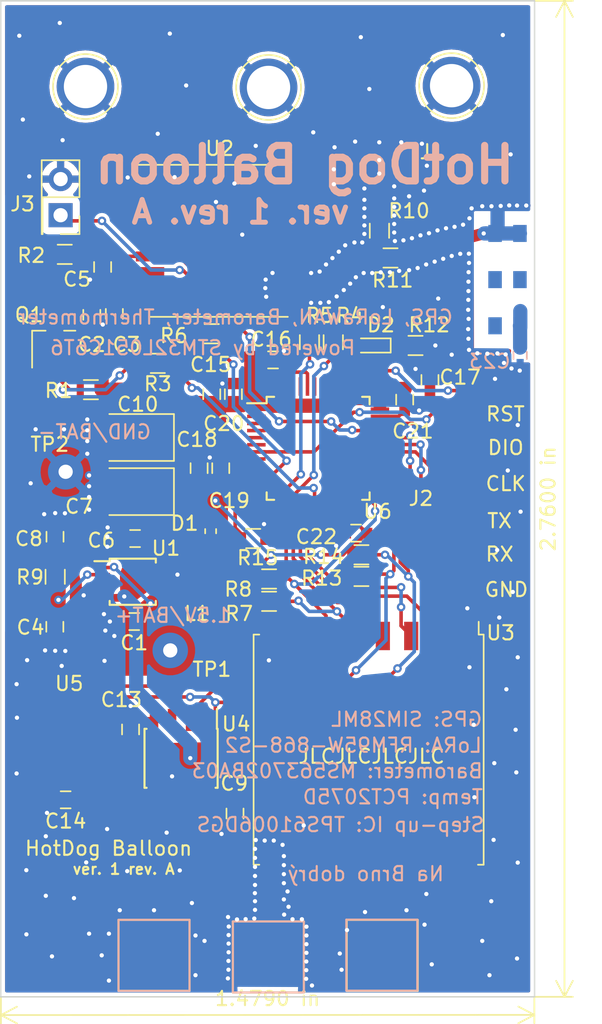
<source format=kicad_pcb>
(kicad_pcb (version 20171130) (host pcbnew "(5.1.4)-1")
  (layers (0 F.Cu signal) (31 B.Cu signal) (34 B.Paste user) (35 F.Paste user) (36 B.SilkS user) (37 F.SilkS user) (38 B.Mask user) (39 F.Mask user) (44 Edge.Cuts user))
  (net 0 "")
  (net 1 "Net-(AE1-Pad1)")
  (net 2 GND)
  (net 3 V_BATT)
  (net 4 /GPS_VCC)
  (net 5 "Net-(C4-Pad1)")
  (net 6 /GPS_VB)
  (net 7 +3V3)
  (net 8 "Net-(C8-Pad1)")
  (net 9 /RST)
  (net 10 "Net-(D1-Pad2)")
  (net 11 "Net-(D2-Pad1)")
  (net 12 /SYS_LED)
  (net 13 "Net-(J1-Pad1)")
  (net 14 /SWDIO)
  (net 15 /SWCLK)
  (net 16 /DBG_TX)
  (net 17 /DBG_RX)
  (net 18 /SYS_INPUT)
  (net 19 "Net-(Q1-Pad1)")
  (net 20 /GPS_VCC_ON)
  (net 21 /GPS_RX)
  (net 22 "Net-(R4-Pad1)")
  (net 23 "Net-(R5-Pad1)")
  (net 24 /GPS_TX)
  (net 25 "Net-(R6-Pad1)")
  (net 26 /GPS_RESET)
  (net 27 /LORA_CS)
  (net 28 /LORA_RST)
  (net 29 /SCL)
  (net 30 /SDA)
  (net 31 "Net-(U1-Pad10)")
  (net 32 "Net-(U1-Pad8)")
  (net 33 "Net-(U1-Pad3)")
  (net 34 "Net-(U2-Pad18)")
  (net 35 "Net-(U2-Pad17)")
  (net 36 "Net-(U2-Pad16)")
  (net 37 "Net-(U2-Pad15)")
  (net 38 "Net-(U2-Pad14)")
  (net 39 "Net-(U2-Pad13)")
  (net 40 "Net-(U2-Pad7)")
  (net 41 "Net-(U2-Pad5)")
  (net 42 "Net-(U2-Pad4)")
  (net 43 "Net-(U3-Pad16)")
  (net 44 "Net-(U3-Pad15)")
  (net 45 /TX_DONE)
  (net 46 "Net-(U3-Pad12)")
  (net 47 "Net-(U3-Pad11)")
  (net 48 "Net-(U3-Pad7)")
  (net 49 /SPI_SCK)
  (net 50 /SPI_MOSI)
  (net 51 /SPI_MISO)
  (net 52 "Net-(U4-Pad3)")
  (net 53 "Net-(U6-Pad46)")
  (net 54 "Net-(U6-Pad45)")
  (net 55 "Net-(U6-Pad43)")
  (net 56 "Net-(U6-Pad42)")
  (net 57 "Net-(U6-Pad41)")
  (net 58 "Net-(U6-Pad40)")
  (net 59 "Net-(U6-Pad39)")
  (net 60 "Net-(U6-Pad28)")
  (net 61 "Net-(U6-Pad25)")
  (net 62 "Net-(U6-Pad22)")
  (net 63 "Net-(U6-Pad21)")
  (net 64 "Net-(U6-Pad20)")
  (net 65 "Net-(U6-Pad19)")
  (net 66 "Net-(U6-Pad6)")
  (net 67 "Net-(U6-Pad5)")
  (net 68 "Net-(U6-Pad4)")
  (net 69 "Net-(U6-Pad3)")
  (net 70 "Net-(U6-Pad2)")
  (net 71 "Net-(ANT1-Pad3)")
  (net 72 "Net-(R10-Pad1)")
  (module Capacitors_SMD:C_0603 (layer F.Cu) (at 46.99 65.532 180)
    (fp_text reference C1 (at 0 -1.5) (layer F.SilkS))
    (fp_text value 10u)
    (pad 2 smd rect (at 0.75 0 180) (size 0.8 0.75) (layers F.Cu F.Paste F.Mask) (net 2 GND))
    (pad 1 smd rect (at -0.75 0 180) (size 0.8 0.75) (layers F.Cu F.Paste F.Mask) (net 3 V_BATT))
  )
  (module Capacitors_SMD:C_0603 (layer F.Cu) (at 44.0055 43.942 270)
    (fp_text reference C2 (at 2.0955 0 180) (layer F.SilkS))
    (fp_text value 4.7u)
    (pad 1 smd rect (at -0.75 0 270) (size 0.8 0.75) (layers F.Cu F.Paste F.Mask) (net 4 /GPS_VCC))
    (pad 2 smd rect (at 0.75 0 270) (size 0.8 0.75) (layers F.Cu F.Paste F.Mask) (net 2 GND))
  )
  (module Capacitors_SMD:C_0603 (layer F.Cu) (at 45.593 43.8785 90)
    (fp_text reference C3 (at -2.159 0.8636 180) (layer F.SilkS))
    (fp_text value 100n)
    (pad 1 smd rect (at -0.75 0 90) (size 0.8 0.75) (layers F.Cu F.Paste F.Mask) (net 2 GND))
    (pad 2 smd rect (at 0.75 0 90) (size 0.8 0.75) (layers F.Cu F.Paste F.Mask) (net 4 /GPS_VCC))
  )
  (module Capacitors_SMD:C_0603 (layer F.Cu) (at 41.402 65.9003 270)
    (fp_text reference C4 (at 0.0381 1.7145 180) (layer F.SilkS))
    (fp_text value 100p)
    (pad 1 smd rect (at -0.75 0 270) (size 0.8 0.75) (layers F.Cu F.Paste F.Mask) (net 5 "Net-(C4-Pad1)"))
    (pad 2 smd rect (at 0.75 0 270) (size 0.8 0.75) (layers F.Cu F.Paste F.Mask) (net 2 GND))
  )
  (module Capacitors_SMD:C_0603 (layer F.Cu) (at 44.7675 40.5765 90)
    (fp_text reference C5 (at -0.8636 -1.8034 180) (layer F.SilkS))
    (fp_text value 100n)
    (pad 2 smd rect (at 0.75 0 90) (size 0.8 0.75) (layers F.Cu F.Paste F.Mask) (net 6 /GPS_VB))
    (pad 1 smd rect (at -0.75 0 90) (size 0.8 0.75) (layers F.Cu F.Paste F.Mask) (net 2 GND))
  )
  (module Capacitors_SMD:C_0603 (layer F.Cu) (at 47.0535 59.69 180)
    (fp_text reference C6 (at 2.3749 -0.127) (layer F.SilkS))
    (fp_text value 100n)
    (pad 2 smd rect (at 0.75 0 180) (size 0.8 0.75) (layers F.Cu F.Paste F.Mask) (net 2 GND))
    (pad 1 smd rect (at -0.75 0 180) (size 0.8 0.75) (layers F.Cu F.Paste F.Mask) (net 7 +3V3))
  )
  (module Capacitors_Tantalum_SMD:CP_Tantalum_Case-T_EIA-3528-12_Reflow (layer F.Cu) (at 46.99 56.388 180)
    (fp_text reference C7 (at 3.8862 -1.0414) (layer F.SilkS))
    (fp_text value 100u)
    (pad 2 smd rect (at 1.525 0 180) (size 1.95 2.5) (layers F.Cu F.Paste F.Mask) (net 2 GND))
    (pad 1 smd rect (at -1.525 0 180) (size 1.95 2.5) (layers F.Cu F.Paste F.Mask) (net 7 +3V3))
  )
  (module Capacitors_SMD:C_0603 (layer F.Cu) (at 41.4147 59.563 90)
    (fp_text reference C8 (at -0.1397 -1.8415 180) (layer F.SilkS))
    (fp_text value 33n)
    (pad 1 smd rect (at -0.75 0 90) (size 0.8 0.75) (layers F.Cu F.Paste F.Mask) (net 8 "Net-(C8-Pad1)"))
    (pad 2 smd rect (at 0.75 0 90) (size 0.8 0.75) (layers F.Cu F.Paste F.Mask) (net 2 GND))
  )
  (module Capacitors_SMD:C_0603 (layer F.Cu) (at 54.0893 79.0448 270)
    (fp_text reference C9 (at -2.1209 0.0508 180) (layer F.SilkS))
    (fp_text value 4.7u)
    (pad 1 smd rect (at -0.75 0 270) (size 0.8 0.75) (layers F.Cu F.Paste F.Mask) (net 7 +3V3))
    (pad 2 smd rect (at 0.75 0 270) (size 0.8 0.75) (layers F.Cu F.Paste F.Mask) (net 2 GND))
  )
  (module Capacitors_Tantalum_SMD:CP_Tantalum_Case-T_EIA-3528-12_Reflow (layer F.Cu) (at 46.99 52.578 180)
    (fp_text reference C10 (at -0.254 2.3368) (layer F.SilkS))
    (fp_text value 100u)
    (pad 1 smd rect (at -1.525 0 180) (size 1.95 2.5) (layers F.Cu F.Paste F.Mask) (net 7 +3V3))
    (pad 2 smd rect (at 1.525 0 180) (size 1.95 2.5) (layers F.Cu F.Paste F.Mask) (net 2 GND))
  )
  (module Capacitors_SMD:C_0603 (layer F.Cu) (at 46.736 73.1266 90)
    (fp_text reference C13 (at 2.0955 -0.6477 180) (layer F.SilkS))
    (fp_text value 100n)
    (pad 2 smd rect (at 0.75 0 90) (size 0.8 0.75) (layers F.Cu F.Paste F.Mask) (net 2 GND))
    (pad 1 smd rect (at -0.75 0 90) (size 0.8 0.75) (layers F.Cu F.Paste F.Mask) (net 7 +3V3))
  )
  (module Capacitors_SMD:C_0603 (layer F.Cu) (at 42.164 78.0796 180)
    (fp_text reference C14 (at 0 -1.5) (layer F.SilkS))
    (fp_text value 100n)
    (pad 2 smd rect (at 0.75 0 180) (size 0.8 0.75) (layers F.Cu F.Paste F.Mask) (net 2 GND))
    (pad 1 smd rect (at -0.75 0 180) (size 0.8 0.75) (layers F.Cu F.Paste F.Mask) (net 7 +3V3))
  )
  (module Capacitors_SMD:C_0603 (layer F.Cu) (at 52.451 49.53 90)
    (fp_text reference C15 (at 2.0828 -0.0762) (layer F.SilkS))
    (fp_text value 10u)
    (pad 1 smd rect (at -0.75 0 90) (size 0.8 0.75) (layers F.Cu F.Paste F.Mask) (net 7 +3V3))
    (pad 2 smd rect (at 0.75 0 90) (size 0.8 0.75) (layers F.Cu F.Paste F.Mask) (net 2 GND))
  )
  (module Capacitors_SMD:C_0603 (layer F.Cu) (at 56.769 47.117)
    (fp_text reference C16 (at -0.127 -1.4478) (layer F.SilkS))
    (fp_text value 100n)
    (pad 2 smd rect (at 0.75 0) (size 0.8 0.75) (layers F.Cu F.Paste F.Mask) (net 2 GND))
    (pad 1 smd rect (at -0.75 0) (size 0.8 0.75) (layers F.Cu F.Paste F.Mask) (net 7 +3V3))
  )
  (module Capacitors_SMD:C_0603 (layer F.Cu) (at 67.818 48.526 90)
    (fp_text reference C17 (at 0.1898 2.1209 180) (layer F.SilkS))
    (fp_text value 100n)
    (pad 1 smd rect (at -0.75 0 90) (size 0.8 0.75) (layers F.Cu F.Paste F.Mask) (net 9 /RST))
    (pad 2 smd rect (at 0.75 0 90) (size 0.8 0.75) (layers F.Cu F.Paste F.Mask) (net 2 GND))
  )
  (module Capacitors_SMD:C_0603 (layer F.Cu) (at 51.562 54.737 90)
    (fp_text reference C18 (at 2.0193 -0.1524 180) (layer F.SilkS))
    (fp_text value 1u)
    (pad 2 smd rect (at 0.75 0 90) (size 0.8 0.75) (layers F.Cu F.Paste F.Mask) (net 2 GND))
    (pad 1 smd rect (at -0.75 0 90) (size 0.8 0.75) (layers F.Cu F.Paste F.Mask) (net 7 +3V3))
  )
  (module Capacitors_SMD:C_0603 (layer F.Cu) (at 53.086 54.737 90)
    (fp_text reference C19 (at -2.286 0.5969 180) (layer F.SilkS))
    (fp_text value 100n)
    (pad 1 smd rect (at -0.75 0 90) (size 0.8 0.75) (layers F.Cu F.Paste F.Mask) (net 7 +3V3))
    (pad 2 smd rect (at 0.75 0 90) (size 0.8 0.75) (layers F.Cu F.Paste F.Mask) (net 2 GND))
  )
  (module LEDs:LED_0603 (layer F.Cu) (at 63.754 46.101 180)
    (fp_text reference D2 (at -0.6096 1.4478) (layer F.SilkS))
    (fp_text value LED)
    (pad 1 smd rect (at -0.8 0) (size 0.8 0.8) (layers F.Cu F.Paste F.Mask) (net 11 "Net-(D2-Pad1)"))
    (pad 2 smd rect (at 0.8 0) (size 0.8 0.8) (layers F.Cu F.Paste F.Mask) (net 12 /SYS_LED))
  )
  (module kamtar:DBG_CONN (layer F.Cu) (at 69.977 55.713)
    (fp_text reference J2 (at -2.794 1.1576) (layer F.SilkS))
    (fp_text value DEBUG_CONN)
    (pad 1 smd rect (at 0 -5) (size 3 1.5) (layers F.Cu F.Paste F.Mask) (net 9 /RST))
    (pad 2 smd rect (at 0 -2.5) (size 3 1.5) (layers F.Cu F.Paste F.Mask) (net 14 /SWDIO))
    (pad 3 smd rect (at 0 0) (size 3 1.5) (layers F.Cu F.Paste F.Mask) (net 15 /SWCLK))
    (pad 4 smd rect (at 0 2.5) (size 3 1.5) (layers F.Cu F.Paste F.Mask) (net 16 /DBG_TX))
    (pad 5 smd rect (at 0 5) (size 3 1.5) (layers F.Cu F.Paste F.Mask) (net 17 /DBG_RX))
    (pad 6 smd rect (at 0 7.5) (size 3 1.5) (layers F.Cu F.Paste F.Mask) (net 2 GND))
  )
  (module Socket_Strips:Socket_Strip_Straight_2x01_Pitch2.54mm (layer F.Cu) (at 41.8084 36.9316 270)
    (fp_text reference J3 (at -0.7874 2.6797 180) (layer F.SilkS))
    (fp_text value SYS_IN)
    (pad 2 thru_hole oval (at -2.54 0 270) (size 1.7 1.7) (drill 1) (layers *.Cu *.Mask) (net 2 GND))
    (pad 1 thru_hole rect (at 0 0 270) (size 1.7 1.7) (drill 1) (layers *.Cu *.Mask) (net 18 /SYS_INPUT))
  )
  (module kamtar:Inductor_2520 (layer F.Cu) (at 57.223 64.97 270)
    (fp_text reference L1 (at 0.0032 5.8261 180) (layer F.SilkS))
    (fp_text value 33u)
    (pad 1 smd rect (at 1.27 4.826 270) (size 1 1.5) (layers F.Cu F.Paste F.Mask) (net 3 V_BATT))
    (pad 2 smd rect (at -1.3335 4.826 270) (size 1 1.5) (layers F.Cu F.Paste F.Mask) (net 10 "Net-(D1-Pad2)"))
  )
  (module TO_SOT_Packages_SMD:SuperSOT-3 (layer F.Cu) (at 41.402 45.9105 90)
    (fp_text reference Q1 (at 1.9685 -1.8161 180) (layer F.SilkS))
    (fp_text value FDN306P)
    (pad 3 smd rect (at 1.1 0 90) (size 1.4 1) (layers F.Cu F.Paste F.Mask) (net 4 /GPS_VCC))
    (pad 2 smd rect (at -1.1 0.95 90) (size 1.4 1) (layers F.Cu F.Paste F.Mask) (net 7 +3V3))
    (pad 1 smd rect (at -1.1 -0.95 90) (size 1.4 1) (layers F.Cu F.Paste F.Mask) (net 19 "Net-(Q1-Pad1)"))
  )
  (module Resistors_SMD:R_0603 (layer F.Cu) (at 43.942 49.2125 180)
    (fp_text reference R1 (at 2.2733 -0.0635) (layer F.SilkS))
    (fp_text value 1M)
    (pad 2 smd rect (at 0.75 0 180) (size 0.5 0.9) (layers F.Cu F.Paste F.Mask) (net 19 "Net-(Q1-Pad1)"))
    (pad 1 smd rect (at -0.75 0 180) (size 0.5 0.9) (layers F.Cu F.Paste F.Mask) (net 7 +3V3))
  )
  (module Resistors_SMD:R_0603 (layer F.Cu) (at 42.1005 39.6875 180)
    (fp_text reference R2 (at 2.3622 -0.0762) (layer F.SilkS))
    (fp_text value 0)
    (pad 1 smd rect (at -0.75 0 180) (size 0.5 0.9) (layers F.Cu F.Paste F.Mask) (net 6 /GPS_VB))
    (pad 2 smd rect (at 0.75 0 180) (size 0.5 0.9) (layers F.Cu F.Paste F.Mask) (net 7 +3V3))
  )
  (module Resistors_SMD:R_0603 (layer F.Cu) (at 48.6537 47.3583 180)
    (fp_text reference R3 (at 0 -1.45) (layer F.SilkS))
    (fp_text value 1k)
    (pad 2 smd rect (at 0.75 0 180) (size 0.5 0.9) (layers F.Cu F.Paste F.Mask) (net 19 "Net-(Q1-Pad1)"))
    (pad 1 smd rect (at -0.75 0 180) (size 0.5 0.9) (layers F.Cu F.Paste F.Mask) (net 20 /GPS_VCC_ON))
  )
  (module Resistors_SMD:R_0603 (layer F.Cu) (at 61.0108 45.8724 270)
    (fp_text reference R4 (at -1.8796 -1.1684 180) (layer F.SilkS))
    (fp_text value 100)
    (pad 2 smd rect (at 0.75 0 270) (size 0.5 0.9) (layers F.Cu F.Paste F.Mask) (net 21 /GPS_RX))
    (pad 1 smd rect (at -0.75 0 270) (size 0.5 0.9) (layers F.Cu F.Paste F.Mask) (net 22 "Net-(R4-Pad1)"))
  )
  (module Resistors_SMD:R_0603 (layer F.Cu) (at 59.3344 45.8724 270)
    (fp_text reference R5 (at -1.8796 -0.7112 180) (layer F.SilkS))
    (fp_text value 100)
    (pad 1 smd rect (at -0.75 0 270) (size 0.5 0.9) (layers F.Cu F.Paste F.Mask) (net 23 "Net-(R5-Pad1)"))
    (pad 2 smd rect (at 0.75 0 270) (size 0.5 0.9) (layers F.Cu F.Paste F.Mask) (net 24 /GPS_TX))
  )
  (module Resistors_SMD:R_0603 (layer F.Cu) (at 52.451 45.2755)
    (fp_text reference R6 (at -2.667 0.1397) (layer F.SilkS))
    (fp_text value none)
    (pad 1 smd rect (at -0.75 0) (size 0.5 0.9) (layers F.Cu F.Paste F.Mask) (net 25 "Net-(R6-Pad1)"))
    (pad 2 smd rect (at 0.75 0) (size 0.5 0.9) (layers F.Cu F.Paste F.Mask) (net 26 /GPS_RESET))
  )
  (module Resistors_SMD:R_0603 (layer F.Cu) (at 56.4896 64.1096 180)
    (fp_text reference R7 (at 2.1082 -0.8636) (layer F.SilkS))
    (fp_text value 10k)
    (pad 2 smd rect (at 0.75 0 180) (size 0.5 0.9) (layers F.Cu F.Paste F.Mask) (net 7 +3V3))
    (pad 1 smd rect (at -0.75 0 180) (size 0.5 0.9) (layers F.Cu F.Paste F.Mask) (net 27 /LORA_CS))
  )
  (module Resistors_SMD:R_0603 (layer F.Cu) (at 56.4896 62.5348 180)
    (fp_text reference R8 (at 2.1717 -0.7239) (layer F.SilkS))
    (fp_text value 10k)
    (pad 2 smd rect (at 0.75 0 180) (size 0.5 0.9) (layers F.Cu F.Paste F.Mask) (net 7 +3V3))
    (pad 1 smd rect (at -0.75 0 180) (size 0.5 0.9) (layers F.Cu F.Paste F.Mask) (net 28 /LORA_RST))
  )
  (module Resistors_SMD:R_0603 (layer F.Cu) (at 41.4274 62.3824 270)
    (fp_text reference R9 (at 0.0254 1.778 180) (layer F.SilkS))
    (fp_text value 10k)
    (pad 1 smd rect (at -0.75 0 270) (size 0.5 0.9) (layers F.Cu F.Paste F.Mask) (net 8 "Net-(C8-Pad1)"))
    (pad 2 smd rect (at 0.75 0 270) (size 0.5 0.9) (layers F.Cu F.Paste F.Mask) (net 5 "Net-(C4-Pad1)"))
  )
  (module Resistors_SMD:R_0603 (layer F.Cu) (at 64.262 38.0238 90)
    (fp_text reference R10 (at 1.3972 2.0848 180) (layer F.SilkS))
    (fp_text value none)
    (pad 2 smd rect (at 0.75 0 90) (size 0.5 0.9) (layers F.Cu F.Paste F.Mask) (net 13 "Net-(J1-Pad1)"))
    (pad 1 smd rect (at -0.75 0 90) (size 0.5 0.9) (layers F.Cu F.Paste F.Mask) (net 72 "Net-(R10-Pad1)"))
  )
  (module Resistors_SMD:R_0603 (layer F.Cu) (at 65.04 39.94 180)
    (fp_text reference R11 (at -0.1524 -1.5621) (layer F.SilkS))
    (fp_text value 0R)
    (pad 1 smd rect (at -0.75 0 180) (size 0.5 0.9) (layers F.Cu F.Paste F.Mask) (net 2 GND))
    (pad 2 smd rect (at 0.75 0 180) (size 0.5 0.9) (layers F.Cu F.Paste F.Mask) (net 72 "Net-(R10-Pad1)"))
  )
  (module Resistors_SMD:R_0603 (layer F.Cu) (at 66.802 46.101 180)
    (fp_text reference R12 (at -0.9652 1.4478) (layer F.SilkS))
    (fp_text value 200)
    (pad 1 smd rect (at -0.75 0 180) (size 0.5 0.9) (layers F.Cu F.Paste F.Mask) (net 2 GND))
    (pad 2 smd rect (at 0.75 0 180) (size 0.5 0.9) (layers F.Cu F.Paste F.Mask) (net 11 "Net-(D2-Pad1)"))
  )
  (module Resistors_SMD:R_0603 (layer F.Cu) (at 62.992 62.357)
    (fp_text reference R13 (at -2.794 0.127) (layer F.SilkS))
    (fp_text value 10k)
    (pad 2 smd rect (at 0.75 0) (size 0.5 0.9) (layers F.Cu F.Paste F.Mask) (net 29 /SCL))
    (pad 1 smd rect (at -0.75 0) (size 0.5 0.9) (layers F.Cu F.Paste F.Mask) (net 7 +3V3))
  )
  (module Resistors_SMD:R_0603 (layer F.Cu) (at 62.992 60.833)
    (fp_text reference R14 (at -2.667 0.127) (layer F.SilkS))
    (fp_text value 10k)
    (pad 1 smd rect (at -0.75 0) (size 0.5 0.9) (layers F.Cu F.Paste F.Mask) (net 7 +3V3))
    (pad 2 smd rect (at 0.75 0) (size 0.5 0.9) (layers F.Cu F.Paste F.Mask) (net 30 /SDA))
  )
  (module Resistors_SMD:R_0603 (layer F.Cu) (at 55.372 59.69 180)
    (fp_text reference R15 (at -0.3175 -1.3589) (layer F.SilkS))
    (fp_text value none)
    (pad 2 smd rect (at 0.75 0 180) (size 0.5 0.9) (layers F.Cu F.Paste F.Mask) (net 3 V_BATT))
    (pad 1 smd rect (at -0.75 0 180) (size 0.5 0.9) (layers F.Cu F.Paste F.Mask) (net 2 GND))
  )
  (module Housings_SSOP:TSSOP-10_3x3mm_Pitch0.5mm (layer F.Cu) (at 46.889 62.732)
    (fp_text reference U1 (at 2.3362 -2.3562) (layer F.SilkS))
    (fp_text value TPS61006)
    (pad 10 smd rect (at 2.15 -1) (size 1.1 0.25) (layers F.Cu F.Paste F.Mask) (net 31 "Net-(U1-Pad10)"))
    (pad 9 smd rect (at 2.15 -0.5) (size 1.1 0.25) (layers F.Cu F.Paste F.Mask) (net 2 GND))
    (pad 8 smd rect (at 2.15 0) (size 1.1 0.25) (layers F.Cu F.Paste F.Mask) (net 32 "Net-(U1-Pad8)"))
    (pad 7 smd rect (at 2.15 0.5) (size 1.1 0.25) (layers F.Cu F.Paste F.Mask) (net 10 "Net-(D1-Pad2)"))
    (pad 6 smd rect (at 2.15 1) (size 1.1 0.25) (layers F.Cu F.Paste F.Mask) (net 3 V_BATT))
    (pad 5 smd rect (at -2.15 1) (size 1.1 0.25) (layers F.Cu F.Paste F.Mask) (net 7 +3V3))
    (pad 4 smd rect (at -2.15 0.5) (size 1.1 0.25) (layers F.Cu F.Paste F.Mask) (net 2 GND))
    (pad 3 smd rect (at -2.15 0) (size 1.1 0.25) (layers F.Cu F.Paste F.Mask) (net 33 "Net-(U1-Pad3)"))
    (pad 2 smd rect (at -2.15 -0.5) (size 1.1 0.25) (layers F.Cu F.Paste F.Mask) (net 5 "Net-(C4-Pad1)"))
    (pad 1 smd rect (at -2.15 -1) (size 1.1 0.25) (layers F.Cu F.Paste F.Mask) (net 3 V_BATT))
  )
  (module kamtar:SIM28ML (layer F.Cu) (at 52.959 38.735)
    (fp_text reference U2 (at 0.05 -6.5) (layer F.SilkS))
    (fp_text value SIM28ML)
    (pad 18 smd rect (at 4.85 -4.4) (size 2 0.7) (layers F.Cu F.Paste F.Mask) (net 34 "Net-(U2-Pad18)"))
    (pad 17 smd rect (at 4.85 -3.3) (size 2 0.7) (layers F.Cu F.Paste F.Mask) (net 35 "Net-(U2-Pad17)"))
    (pad 16 smd rect (at 4.85 -2.2) (size 2 0.7) (layers F.Cu F.Paste F.Mask) (net 36 "Net-(U2-Pad16)"))
    (pad 15 smd rect (at 4.85 -1.1) (size 2 0.7) (layers F.Cu F.Paste F.Mask) (net 37 "Net-(U2-Pad15)"))
    (pad 14 smd rect (at 4.85 0) (size 2 0.7) (layers F.Cu F.Paste F.Mask) (net 38 "Net-(U2-Pad14)"))
    (pad 13 smd rect (at 4.85 1.1) (size 2 0.7) (layers F.Cu F.Paste F.Mask) (net 39 "Net-(U2-Pad13)"))
    (pad 12 smd rect (at 4.85 2.2) (size 2 0.7) (layers F.Cu F.Paste F.Mask) (net 2 GND))
    (pad 11 smd rect (at 4.85 3.3) (size 2 0.7) (layers F.Cu F.Paste F.Mask) (net 72 "Net-(R10-Pad1)"))
    (pad 10 smd rect (at 4.85 4.4) (size 2 0.7) (layers F.Cu F.Paste F.Mask) (net 2 GND))
    (pad 9 smd rect (at -4.85 4.4) (size 2 0.7) (layers F.Cu F.Paste F.Mask) (net 25 "Net-(R6-Pad1)"))
    (pad 8 smd rect (at -4.85 3.3) (size 2 0.7) (layers F.Cu F.Paste F.Mask) (net 4 /GPS_VCC))
    (pad 7 smd rect (at -4.85 2.2) (size 2 0.7) (layers F.Cu F.Paste F.Mask) (net 40 "Net-(U2-Pad7)"))
    (pad 6 smd rect (at -4.85 1.1) (size 2 0.7) (layers F.Cu F.Paste F.Mask) (net 6 /GPS_VB))
    (pad 5 smd rect (at -4.85 0) (size 2 0.7) (layers F.Cu F.Paste F.Mask) (net 41 "Net-(U2-Pad5)"))
    (pad 4 smd rect (at -4.85 -1.1) (size 2 0.7) (layers F.Cu F.Paste F.Mask) (net 42 "Net-(U2-Pad4)"))
    (pad 3 smd rect (at -4.85 -2.2) (size 2 0.7) (layers F.Cu F.Paste F.Mask) (net 23 "Net-(R5-Pad1)"))
    (pad 2 smd rect (at -4.85 -3.3) (size 2 0.7) (layers F.Cu F.Paste F.Mask) (net 22 "Net-(R4-Pad1)"))
    (pad 1 smd rect (at -4.85 -4.4) (size 2 0.7) (layers F.Cu F.Paste F.Mask) (net 2 GND))
  )
  (module kamtar:HOPERF_RFM9XW_SMD (layer F.Cu) (at 63.5 74.549 270)
    (fp_text reference U3 (at -8.2169 -9.2964 180) (layer F.SilkS))
    (fp_text value RFM95W-868S2)
    (pad 16 smd rect (at 8 -7 270) (size 2 1) (layers F.Cu F.Paste F.Mask) (net 43 "Net-(U3-Pad16)"))
    (pad 15 smd rect (at 8 -5 270) (size 2 1) (layers F.Cu F.Paste F.Mask) (net 44 "Net-(U3-Pad15)"))
    (pad 14 smd rect (at 8 -3 270) (size 2 1) (layers F.Cu F.Paste F.Mask) (net 45 /TX_DONE))
    (pad 13 smd rect (at 8 -1 270) (size 2 1) (layers F.Cu F.Paste F.Mask) (net 7 +3V3))
    (pad 12 smd rect (at 8 1 270) (size 2 1) (layers F.Cu F.Paste F.Mask) (net 46 "Net-(U3-Pad12)"))
    (pad 11 smd rect (at 8 3 270) (size 2 1) (layers F.Cu F.Paste F.Mask) (net 47 "Net-(U3-Pad11)"))
    (pad 10 smd rect (at 8 5 270) (size 2 1) (layers F.Cu F.Paste F.Mask) (net 2 GND))
    (pad 9 smd rect (at 8 7 270) (size 2 1) (layers F.Cu F.Paste F.Mask) (net 1 "Net-(AE1-Pad1)"))
    (pad 8 smd rect (at -8 7 270) (size 2 1) (layers F.Cu F.Paste F.Mask) (net 2 GND))
    (pad 7 smd rect (at -8 5 270) (size 2 1) (layers F.Cu F.Paste F.Mask) (net 48 "Net-(U3-Pad7)"))
    (pad 6 smd rect (at -8 3 270) (size 2 1) (layers F.Cu F.Paste F.Mask) (net 28 /LORA_RST))
    (pad 5 smd rect (at -8 1 270) (size 2 1) (layers F.Cu F.Paste F.Mask) (net 27 /LORA_CS))
    (pad 4 smd rect (at -8 -1 270) (size 2 1) (layers F.Cu F.Paste F.Mask) (net 49 /SPI_SCK))
    (pad 3 smd rect (at -8 -3 270) (size 2 1) (layers F.Cu F.Paste F.Mask) (net 50 /SPI_MOSI))
    (pad 2 smd rect (at -8 -5 270) (size 2 1) (layers F.Cu F.Paste F.Mask) (net 51 /SPI_MISO))
    (pad 1 smd rect (at -8 -7 270) (size 2 1) (layers F.Cu F.Paste F.Mask) (net 2 GND))
  )
  (module Housings_SOIC:SOIC-8_3.9x4.9mm_Pitch1.27mm (layer F.Cu) (at 50.292 75.1586 270)
    (fp_text reference U4 (at -2.413 -3.8735 180) (layer F.SilkS))
    (fp_text value PCT2075D)
    (pad 8 smd rect (at 2.7 -1.905 270) (size 1.55 0.6) (layers F.Cu F.Paste F.Mask) (net 7 +3V3))
    (pad 7 smd rect (at 2.7 -0.635 270) (size 1.55 0.6) (layers F.Cu F.Paste F.Mask) (net 2 GND))
    (pad 6 smd rect (at 2.7 0.635 270) (size 1.55 0.6) (layers F.Cu F.Paste F.Mask) (net 2 GND))
    (pad 5 smd rect (at 2.7 1.905 270) (size 1.55 0.6) (layers F.Cu F.Paste F.Mask) (net 2 GND))
    (pad 4 smd rect (at -2.7 1.905 270) (size 1.55 0.6) (layers F.Cu F.Paste F.Mask) (net 2 GND))
    (pad 3 smd rect (at -2.7 0.635 270) (size 1.55 0.6) (layers F.Cu F.Paste F.Mask) (net 52 "Net-(U4-Pad3)"))
    (pad 2 smd rect (at -2.7 -0.635 270) (size 1.55 0.6) (layers F.Cu F.Paste F.Mask) (net 29 /SCL))
    (pad 1 smd rect (at -2.7 -1.905 270) (size 1.55 0.6) (layers F.Cu F.Paste F.Mask) (net 30 /SDA))
  )
  (module kamtar:MS5637 (layer F.Cu) (at 42.164 74.6506 180)
    (fp_text reference U5 (at -0.25 4.75) (layer F.SilkS))
    (fp_text value MS563702BA03)
    (pad 1 smd rect (at -1 -1 180) (size 2 2) (drill (offset -0.5 -0.5)) (layers F.Cu F.Paste F.Mask) (net 7 +3V3))
    (pad 4 smd rect (at 2 -1 180) (size 2 2) (drill (offset -0.5 -0.5)) (layers F.Cu F.Paste F.Mask) (net 2 GND))
    (pad 2 smd rect (at -1 2 180) (size 2 2) (drill (offset -0.5 -0.5)) (layers F.Cu F.Paste F.Mask) (net 30 /SDA))
    (pad 3 smd rect (at 2 2 180) (size 2 2) (drill (offset -0.5 -0.5)) (layers F.Cu F.Paste F.Mask) (net 29 /SCL))
  )
  (module Housings_QFP:LQFP-48_7x7mm_Pitch0.5mm (layer F.Cu) (at 59.944 53.34)
    (fp_text reference U6 (at 4.191 4.445) (layer F.SilkS))
    (fp_text value STM32L051C6Tx)
    (pad 48 smd rect (at -2.75 -4.35 90) (size 1.3 0.25) (layers F.Cu F.Paste F.Mask) (net 7 +3V3))
    (pad 47 smd rect (at -2.25 -4.35 90) (size 1.3 0.25) (layers F.Cu F.Paste F.Mask) (net 2 GND))
    (pad 46 smd rect (at -1.75 -4.35 90) (size 1.3 0.25) (layers F.Cu F.Paste F.Mask) (net 53 "Net-(U6-Pad46)"))
    (pad 45 smd rect (at -1.25 -4.35 90) (size 1.3 0.25) (layers F.Cu F.Paste F.Mask) (net 54 "Net-(U6-Pad45)"))
    (pad 44 smd rect (at -0.75 -4.35 90) (size 1.3 0.25) (layers F.Cu F.Paste F.Mask) (net 2 GND))
    (pad 43 smd rect (at -0.25 -4.35 90) (size 1.3 0.25) (layers F.Cu F.Paste F.Mask) (net 55 "Net-(U6-Pad43)"))
    (pad 42 smd rect (at 0.25 -4.35 90) (size 1.3 0.25) (layers F.Cu F.Paste F.Mask) (net 56 "Net-(U6-Pad42)"))
    (pad 41 smd rect (at 0.75 -4.35 90) (size 1.3 0.25) (layers F.Cu F.Paste F.Mask) (net 57 "Net-(U6-Pad41)"))
    (pad 40 smd rect (at 1.25 -4.35 90) (size 1.3 0.25) (layers F.Cu F.Paste F.Mask) (net 58 "Net-(U6-Pad40)"))
    (pad 39 smd rect (at 1.75 -4.35 90) (size 1.3 0.25) (layers F.Cu F.Paste F.Mask) (net 59 "Net-(U6-Pad39)"))
    (pad 38 smd rect (at 2.25 -4.35 90) (size 1.3 0.25) (layers F.Cu F.Paste F.Mask) (net 12 /SYS_LED))
    (pad 37 smd rect (at 2.75 -4.35 90) (size 1.3 0.25) (layers F.Cu F.Paste F.Mask) (net 15 /SWCLK))
    (pad 36 smd rect (at 4.35 -2.75) (size 1.3 0.25) (layers F.Cu F.Paste F.Mask) (net 7 +3V3))
    (pad 35 smd rect (at 4.35 -2.25) (size 1.3 0.25) (layers F.Cu F.Paste F.Mask) (net 2 GND))
    (pad 34 smd rect (at 4.35 -1.75) (size 1.3 0.25) (layers F.Cu F.Paste F.Mask) (net 14 /SWDIO))
    (pad 33 smd rect (at 4.35 -1.25) (size 1.3 0.25) (layers F.Cu F.Paste F.Mask) (net 18 /SYS_INPUT))
    (pad 32 smd rect (at 4.35 -0.75) (size 1.3 0.25) (layers F.Cu F.Paste F.Mask) (net 45 /TX_DONE))
    (pad 31 smd rect (at 4.35 -0.25) (size 1.3 0.25) (layers F.Cu F.Paste F.Mask) (net 17 /DBG_RX))
    (pad 30 smd rect (at 4.35 0.25) (size 1.3 0.25) (layers F.Cu F.Paste F.Mask) (net 16 /DBG_TX))
    (pad 29 smd rect (at 4.35 0.75) (size 1.3 0.25) (layers F.Cu F.Paste F.Mask) (net 28 /LORA_RST))
    (pad 28 smd rect (at 4.35 1.25) (size 1.3 0.25) (layers F.Cu F.Paste F.Mask) (net 60 "Net-(U6-Pad28)"))
    (pad 27 smd rect (at 4.35 1.75) (size 1.3 0.25) (layers F.Cu F.Paste F.Mask) (net 30 /SDA))
    (pad 26 smd rect (at 4.35 2.25) (size 1.3 0.25) (layers F.Cu F.Paste F.Mask) (net 29 /SCL))
    (pad 25 smd rect (at 4.35 2.75) (size 1.3 0.25) (layers F.Cu F.Paste F.Mask) (net 61 "Net-(U6-Pad25)"))
    (pad 24 smd rect (at 2.75 4.35 90) (size 1.3 0.25) (layers F.Cu F.Paste F.Mask) (net 7 +3V3))
    (pad 23 smd rect (at 2.25 4.35 90) (size 1.3 0.25) (layers F.Cu F.Paste F.Mask) (net 2 GND))
    (pad 22 smd rect (at 1.75 4.35 90) (size 1.3 0.25) (layers F.Cu F.Paste F.Mask) (net 62 "Net-(U6-Pad22)"))
    (pad 21 smd rect (at 1.25 4.35 90) (size 1.3 0.25) (layers F.Cu F.Paste F.Mask) (net 63 "Net-(U6-Pad21)"))
    (pad 20 smd rect (at 0.75 4.35 90) (size 1.3 0.25) (layers F.Cu F.Paste F.Mask) (net 64 "Net-(U6-Pad20)"))
    (pad 19 smd rect (at 0.25 4.35 90) (size 1.3 0.25) (layers F.Cu F.Paste F.Mask) (net 65 "Net-(U6-Pad19)"))
    (pad 18 smd rect (at -0.25 4.35 90) (size 1.3 0.25) (layers F.Cu F.Paste F.Mask) (net 20 /GPS_VCC_ON))
    (pad 17 smd rect (at -0.75 4.35 90) (size 1.3 0.25) (layers F.Cu F.Paste F.Mask) (net 50 /SPI_MOSI))
    (pad 16 smd rect (at -1.25 4.35 90) (size 1.3 0.25) (layers F.Cu F.Paste F.Mask) (net 51 /SPI_MISO))
    (pad 15 smd rect (at -1.75 4.35 90) (size 1.3 0.25) (layers F.Cu F.Paste F.Mask) (net 49 /SPI_SCK))
    (pad 14 smd rect (at -2.25 4.35 90) (size 1.3 0.25) (layers F.Cu F.Paste F.Mask) (net 27 /LORA_CS))
    (pad 13 smd rect (at -2.75 4.35 90) (size 1.3 0.25) (layers F.Cu F.Paste F.Mask) (net 21 /GPS_RX))
    (pad 12 smd rect (at -4.35 2.75) (size 1.3 0.25) (layers F.Cu F.Paste F.Mask) (net 24 /GPS_TX))
    (pad 11 smd rect (at -4.35 2.25) (size 1.3 0.25) (layers F.Cu F.Paste F.Mask) (net 26 /GPS_RESET))
    (pad 10 smd rect (at -4.35 1.75) (size 1.3 0.25) (layers F.Cu F.Paste F.Mask) (net 3 V_BATT))
    (pad 9 smd rect (at -4.35 1.25) (size 1.3 0.25) (layers F.Cu F.Paste F.Mask) (net 7 +3V3))
    (pad 8 smd rect (at -4.35 0.75) (size 1.3 0.25) (layers F.Cu F.Paste F.Mask) (net 2 GND))
    (pad 7 smd rect (at -4.35 0.25) (size 1.3 0.25) (layers F.Cu F.Paste F.Mask) (net 9 /RST))
    (pad 6 smd rect (at -4.35 -0.25) (size 1.3 0.25) (layers F.Cu F.Paste F.Mask) (net 66 "Net-(U6-Pad6)"))
    (pad 5 smd rect (at -4.35 -0.75) (size 1.3 0.25) (layers F.Cu F.Paste F.Mask) (net 67 "Net-(U6-Pad5)"))
    (pad 4 smd rect (at -4.35 -1.25) (size 1.3 0.25) (layers F.Cu F.Paste F.Mask) (net 68 "Net-(U6-Pad4)"))
    (pad 3 smd rect (at -4.35 -1.75) (size 1.3 0.25) (layers F.Cu F.Paste F.Mask) (net 69 "Net-(U6-Pad3)"))
    (pad 2 smd rect (at -4.35 -2.25) (size 1.3 0.25) (layers F.Cu F.Paste F.Mask) (net 70 "Net-(U6-Pad2)"))
    (pad 1 smd rect (at -4.35 -2.75) (size 1.3 0.25) (layers F.Cu F.Paste F.Mask) (net 7 +3V3))
  )
  (module SMD_Packages:1Pin (layer F.Cu) (at 56.4388 89.1413)
    (fp_text reference AE1 hide)
    (fp_text value Antenna)
    (pad 1 smd rect (at 0 0) (size 4.064 4.064) (layers F.Cu F.Paste F.Mask) (net 1 "Net-(AE1-Pad1)"))
  )
  (module Wire_Pads:SolderWirePad_single_1mmDrill (layer F.Cu) (at 49.53 67.564)
    (fp_text reference TP1 (at 2.9337 1.3335) (layer F.SilkS))
    (fp_text value BAT+)
    (pad 1 thru_hole circle (at 0 0) (size 2.49936 2.49936) (drill 1.00076) (layers *.Cu *.Mask) (net 3 V_BATT))
  )
  (module Wire_Pads:SolderWirePad_single_1mmDrill (layer F.Cu) (at 42.164 54.991)
    (fp_text reference TP2 (at -1.1176 -1.9304) (layer F.SilkS))
    (fp_text value BAT-)
    (pad 1 thru_hole circle (at 0 0) (size 2.49936 2.49936) (drill 1.00076) (layers *.Cu *.Mask) (net 2 GND))
  )
  (module SMD_Packages:1Pin (layer F.Cu) (at 48.387 89.027)
    (fp_text reference TP5 hide)
    (fp_text value GND)
    (pad 1 smd rect (at 0 0) (size 4.064 4.064) (layers F.Cu F.Paste F.Mask) (net 2 GND))
  )
  (module SMD_Packages:1Pin (layer B.Cu) (at 56.4388 89.1413)
    (fp_text reference TP6 hide)
    (fp_text value GND)
    (pad 1 smd rect (at 0 0) (size 4.064 4.064) (layers B.Cu B.Paste B.Mask) (net 2 GND))
  )
  (module SMD_Packages:1Pin (layer F.Cu) (at 64.4525 89.027)
    (fp_text reference TP7 hide)
    (fp_text value GND)
    (pad 1 smd rect (at 0 0) (size 4.064 4.064) (layers F.Cu F.Paste F.Mask) (net 2 GND))
  )
  (module Diodes_SMD:D_Powermite_KA (layer F.Cu) (at 52.3748 60.1218 270)
    (fp_text reference D1 (at -1.5025 1.8383 180) (layer F.SilkS))
    (fp_text value "MBRM120LT3G ")
    (pad 2 smd rect (at 0.6985 0 270) (size 2.67 2.54) (layers F.Cu F.Paste F.Mask) (net 10 "Net-(D1-Pad2)"))
    (pad 1 smd rect (at -1.6525 0 270) (size 0.762 1.27) (layers F.Cu F.Paste F.Mask) (net 7 +3V3))
  )
  (module Capacitors_SMD:C_0603 (layer F.Cu) (at 53.975 49.53 90)
    (fp_text reference C20 (at -2.0701 -0.6731 180) (layer F.SilkS))
    (fp_text value 100n)
    (pad 1 smd rect (at -0.75 0 90) (size 0.8 0.75) (layers F.Cu F.Paste F.Mask) (net 7 +3V3))
    (pad 2 smd rect (at 0.75 0 90) (size 0.8 0.75) (layers F.Cu F.Paste F.Mask) (net 2 GND))
  )
  (module Capacitors_SMD:C_0603 (layer F.Cu) (at 66.04 49.911 270)
    (fp_text reference C21 (at 2.2225 -0.5715 180) (layer F.SilkS))
    (fp_text value 100n)
    (pad 2 smd rect (at 0.75 0 270) (size 0.8 0.75) (layers F.Cu F.Paste F.Mask) (net 2 GND))
    (pad 1 smd rect (at -0.75 0 270) (size 0.8 0.75) (layers F.Cu F.Paste F.Mask) (net 7 +3V3))
  )
  (module Capacitors_SMD:C_0603 (layer F.Cu) (at 62.611 59.309 180)
    (fp_text reference C22 (at 2.794 -0.254) (layer F.SilkS))
    (fp_text value 100n)
    (pad 1 smd rect (at -0.75 0 180) (size 0.8 0.75) (layers F.Cu F.Paste F.Mask) (net 7 +3V3))
    (pad 2 smd rect (at 0.75 0 180) (size 0.8 0.75) (layers F.Cu F.Paste F.Mask) (net 2 GND))
  )
  (module kamtar:M830120 (layer B.Cu) (at 73.279 41.4655 270)
    (fp_text reference ANT1 hide)
    (fp_text value M830120)
    (pad 1 smd rect (at -3.25 -0.875 270) (size 1.2 0.95) (layers B.Cu B.Paste B.Mask) (net 2 GND))
    (pad 2 smd rect (at 0 -0.875 270) (size 1.2 0.95) (layers B.Cu B.Paste B.Mask))
    (pad 3 smd rect (at 3.25 -0.875 270) (size 1.2 0.95) (layers B.Cu B.Paste B.Mask) (net 71 "Net-(ANT1-Pad3)"))
    (pad 4 smd rect (at 3.25 0.875 270) (size 1.2 0.95) (layers B.Cu B.Paste B.Mask))
    (pad 5 smd rect (at 0 0.875 270) (size 1.2 0.95) (layers B.Cu B.Paste B.Mask))
    (pad 6 smd rect (at -3.25 0.875 270) (size 1.2 0.95) (layers B.Cu B.Paste B.Mask) (net 2 GND))
  )
  (module Capacitors_SMD:C_0402 (layer B.Cu) (at 74.168 46.7995 90)
    (fp_text reference C23 (at -0.4191 -2.1336 180) (layer B.SilkS) (effects (justify mirror)))
    (fp_text value 100p)
    (pad 2 smd rect (at 0.55 0 90) (size 0.6 0.5) (layers B.Cu B.Paste B.Mask) (net 71 "Net-(ANT1-Pad3)"))
    (pad 1 smd rect (at -0.55 0 90) (size 0.6 0.5) (layers B.Cu B.Paste B.Mask) (net 2 GND))
  )
  (module Connect:1pin (layer F.Cu) (at 43.561 27.8765)
    (fp_text reference TP3 hide)
    (fp_text value DrillHole)
    (pad 1 thru_hole circle (at 0 0) (size 4.064 4.064) (drill 3.048) (layers *.Cu *.Mask) (net 2 GND))
  )
  (module Connect:1pin (layer F.Cu) (at 56.4515 27.94)
    (fp_text reference TP4 hide)
    (fp_text value DrillHole)
    (pad 1 thru_hole circle (at 0 0) (size 4.064 4.064) (drill 3.048) (layers *.Cu *.Mask) (net 2 GND))
  )
  (module Connect:1pin (layer F.Cu) (at 69.342 27.813)
    (fp_text reference TP8 hide)
    (fp_text value DrillHole)
    (pad 1 thru_hole circle (at 0 0) (size 4.064 4.064) (drill 3.048) (layers *.Cu *.Mask) (net 2 GND))
  )
  (module kamtar:ufl (layer F.Cu) (at 64.26 33.74 270)
    (fp_text reference J1 (at -1.2661 -3.6977 180) (layer F.SilkS))
    (fp_text value Conn_Coaxial)
    (pad 2 smd rect (at 0 2.05 270) (size 2.2 1) (layers F.Cu F.Paste F.Mask) (net 2 GND))
    (pad 2 smd rect (at 0 -2.05 270) (size 2.2 1) (layers F.Cu F.Paste F.Mask) (net 2 GND))
    (pad 1 smd rect (at 1.5 0 270) (size 1 1.05) (layers F.Cu F.Paste F.Mask) (net 13 "Net-(J1-Pad1)"))
  )
  (module SMD_Packages:1Pin (layer B.Cu) (at 48.387 89.027)
    (fp_text reference TP9 hide)
    (fp_text value GND)
    (pad 1 smd rect (at 0 0) (size 4.064 4.064) (layers B.Cu B.Paste B.Mask) (net 2 GND))
  )
  (module SMD_Packages:1Pin (layer B.Cu) (at 64.4271 89.0143)
    (fp_text reference TP10 hide)
    (fp_text value GND)
    (pad 1 smd rect (at 0 0) (size 4.064 4.064) (layers B.Cu B.Paste B.Mask) (net 2 GND))
  )
  (gr_text "Na Brno dobrý" (at 63.2968 83.2866) (layer B.SilkS) (effects (font (size 1 1)) (justify mirror)))
  (gr_text "Step-up IC: TPS61006DGS" (at 61.5188 79.8322) (layer B.SilkS) (effects (font (size 1 1)) (justify mirror)))
  (gr_text "Temp: PCT2075D" (at 65.2018 77.8764) (layer B.SilkS) (effects (font (size 1 1)) (justify mirror)))
  (gr_text "Barometer: MS563702BA03" (at 61.2902 76.0476) (layer B.SilkS) (effects (font (size 1 1)) (justify mirror)))
  (gr_text "LoRA: RFM95W-868-S2" (at 62.4205 74.2442) (layer B.SilkS) (effects (font (size 1 1)) (justify mirror)))
  (gr_text "GPS: SIM28ML" (at 66.1797 72.4154) (layer B.SilkS) (effects (font (size 1 1)) (justify mirror)))
  (gr_text "Powered by STM32L051C6T6" (at 51.816 46.2661) (layer B.SilkS) (effects (font (size 1 1)) (justify mirror)))
  (gr_text "GPS, LoRaWAN, Barometer, Thermometer" (at 54.1147 44.1071) (layer B.SilkS) (effects (font (size 1 1)) (justify mirror)))
  (gr_text 1.5V/BAT+ (at 49.7078 65.1002) (layer B.SilkS) (effects (font (size 1 1)) (justify mirror)))
  (gr_text GND/BAT- (at 44.196 52.1843) (layer B.SilkS) (effects (font (size 1 1)) (justify mirror)))
  (gr_text RST (at 73.1266 50.927) (layer F.SilkS) (effects (font (size 1 1))))
  (gr_text GND (at 73.2028 63.2841) (layer F.SilkS) (effects (font (size 1 1))))
  (gr_text RX (at 72.7202 60.7949) (layer F.SilkS) (effects (font (size 1 1))))
  (gr_text TX (at 72.7202 58.4454) (layer F.SilkS) (effects (font (size 1 1))))
  (gr_text CLK (at 73.152 55.8292) (layer F.SilkS) (effects (font (size 1 1))))
  (gr_text DIO (at 73.152 53.2892) (layer F.SilkS) (effects (font (size 1 1))))
  (gr_text "ver. 1 rev. A" (at 54.483 36.703) (layer B.SilkS) (effects (font (size 1.6 1.6) (thickness 0.35)) (justify mirror)))
  (gr_text "ver. 1 rev. A" (at 46.2534 82.9564) (layer F.SilkS) (effects (font (size 0.75 0.75))))
  (gr_text "HotDog Balloon" (at 45.1866 81.4959) (layer F.SilkS) (effects (font (size 1 1))))
  (gr_text "HotDog Balloon" (at 58.9915 33.3883) (layer B.SilkS) (effects (font (size 2.5 2.5) (thickness 0.5)) (justify mirror)))
  (gr_text JLCJLCJLCJLC (at 63.7032 75.0189) (layer F.SilkS) (effects (font (size 1 1))))
  (dimension 70.104 (width 0.12) (layer F.SilkS) (gr_text "70.104 mm" (at 78.5622 56.896 90) (layer F.SilkS) (effects (font (size 1 1) (thickness 0.15)))) (feature1 (pts (xy 75.184 21.844) (xy 77.878621 21.844))) (feature2 (pts (xy 75.184 91.948) (xy 77.878621 91.948))) (crossbar (pts (xy 77.2922 91.948) (xy 77.2922 21.844))) (arrow1a (pts (xy 77.2922 21.844) (xy 77.878621 22.970504))) (arrow1b (pts (xy 77.2922 21.844) (xy 76.705779 22.970504))) (arrow2a (pts (xy 77.2922 91.948) (xy 77.878621 90.821496))) (arrow2b (pts (xy 77.2922 91.948) (xy 76.705779 90.821496))))
  (dimension 37.566602 (width 0.12) (layer F.SilkS) (gr_text "37.567 mm" (at 56.388867 94.49435 0.01936976921) (layer F.SilkS) (effects (font (size 1 1) (thickness 0.15)))) (feature1 (pts (xy 75.1713 91.9226) (xy 75.171936 93.804421))) (feature2 (pts (xy 37.6047 91.9353) (xy 37.605336 93.817121))) (crossbar (pts (xy 37.605138 93.2307) (xy 75.171738 93.218))) (arrow1a (pts (xy 75.171738 93.218) (xy 74.045433 93.804802))) (arrow1b (pts (xy 75.171738 93.218) (xy 74.045036 92.63196))) (arrow2a (pts (xy 37.605138 93.2307) (xy 38.73184 93.81674))) (arrow2b (pts (xy 37.605138 93.2307) (xy 38.731443 92.643898))))
  (gr_line (start 37.592 91.948) (end 37.592 21.844) (layer Edge.Cuts) (width 0.1))
  (gr_line (start 75.184 91.948) (end 37.592 91.948) (layer Edge.Cuts) (width 0.1))
  (gr_line (start 75.184 21.844) (end 75.184 91.948) (layer Edge.Cuts) (width 0.1))
  (gr_line (start 37.592 21.844) (end 75.184 21.844) (layer Edge.Cuts) (width 0.1))
  (segment (start 56.5 88.915) (end 56.388 89.027) (width 1) (layer F.Cu) (net 1))
  (segment (start 56.5 82.549) (end 56.5 88.915) (width 0.825021) (layer F.Cu) (net 1))
  (via (at 67.15 38.35) (size 0.6) (drill 0.3) (layers F.Cu B.Cu) (net 2))
  (segment (start 43.889002 63.232) (end 44.739 63.232) (width 0.25) (layer F.Cu) (net 2))
  (segment (start 43.434 63.687002) (end 43.434 63.687002) (width 0.25) (layer F.Cu) (net 2))
  (segment (start 46.24 65.532) (end 45.278998 65.532) (width 0.25) (layer F.Cu) (net 2))
  (via (at 50.038 62.23) (size 0.6) (drill 0.3) (layers F.Cu B.Cu) (net 2))
  (segment (start 49.039 62.232) (end 50.036 62.232) (width 0.25) (layer F.Cu) (net 2))
  (segment (start 50.036 62.232) (end 50.038 62.23) (width 0.25) (layer F.Cu) (net 2))
  (via (at 44.86 65.01) (size 0.6) (drill 0.3) (layers F.Cu B.Cu) (net 2))
  (segment (start 45.278998 65.532) (end 45.278998 65.532) (width 0.25) (layer F.Cu) (net 2))
  (via (at 45.278998 65.532) (size 0.6) (drill 0.3) (layers F.Cu B.Cu) (net 2))
  (via (at 44.958 66.167) (size 0.6) (drill 0.3) (layers F.Cu B.Cu) (net 2))
  (via (at 45.593 66.548) (size 0.6) (drill 0.3) (layers F.Cu B.Cu) (net 2))
  (via (at 40.7162 67.564) (size 0.6) (drill 0.3) (layers F.Cu B.Cu) (net 2))
  (via (at 41.4274 67.5894) (size 0.6) (drill 0.3) (layers F.Cu B.Cu) (net 2))
  (via (at 42.1386 67.6021) (size 0.6) (drill 0.3) (layers F.Cu B.Cu) (net 2))
  (via (at 40.6527 57.9755) (size 0.6) (drill 0.3) (layers F.Cu B.Cu) (net 2))
  (via (at 41.4274 57.8993) (size 0.6) (drill 0.3) (layers F.Cu B.Cu) (net 2))
  (via (at 42.1132 57.912) (size 0.6) (drill 0.3) (layers F.Cu B.Cu) (net 2))
  (via (at 43.688 51.308) (size 0.6) (drill 0.3) (layers F.Cu B.Cu) (net 2))
  (via (at 43.688 52.07) (size 0.6) (drill 0.3) (layers F.Cu B.Cu) (net 2))
  (via (at 43.688 52.832) (size 0.6) (drill 0.3) (layers F.Cu B.Cu) (net 2))
  (via (at 43.688 53.721) (size 0.6) (drill 0.3) (layers F.Cu B.Cu) (net 2))
  (via (at 43.815 55.245) (size 0.6) (drill 0.3) (layers F.Cu B.Cu) (net 2))
  (via (at 43.815 56.007) (size 0.6) (drill 0.3) (layers F.Cu B.Cu) (net 2))
  (via (at 43.815 56.769) (size 0.6) (drill 0.3) (layers F.Cu B.Cu) (net 2))
  (via (at 43.815 57.658) (size 0.6) (drill 0.3) (layers F.Cu B.Cu) (net 2))
  (via (at 45.12 58.91) (size 0.6) (drill 0.3) (layers F.Cu B.Cu) (net 2))
  (via (at 45.1 59.56) (size 0.6) (drill 0.3) (layers F.Cu B.Cu) (net 2))
  (via (at 45.1 60.27) (size 0.6) (drill 0.3) (layers F.Cu B.Cu) (net 2))
  (segment (start 53.086 53.987) (end 52.312 53.987) (width 0.25) (layer F.Cu) (net 2))
  (segment (start 52.312 53.987) (end 51.562 53.987) (width 0.25) (layer F.Cu) (net 2))
  (via (at 52.312 53.987) (size 0.6) (drill 0.3) (layers F.Cu B.Cu) (net 2))
  (segment (start 57.694 47.292) (end 57.519 47.117) (width 0.25) (layer F.Cu) (net 2))
  (via (at 57.531 46.482) (size 0.6) (drill 0.3) (layers F.Cu B.Cu) (net 2))
  (segment (start 57.519 47.117) (end 57.519 46.494) (width 0.25) (layer F.Cu) (net 2))
  (segment (start 57.519 46.494) (end 57.531 46.482) (width 0.25) (layer F.Cu) (net 2))
  (segment (start 53.975 48.78) (end 53.201 48.78) (width 0.25) (layer F.Cu) (net 2))
  (segment (start 53.201 48.78) (end 52.451 48.78) (width 0.25) (layer F.Cu) (net 2))
  (via (at 53.201 48.78) (size 0.6) (drill 0.3) (layers F.Cu B.Cu) (net 2))
  (segment (start 54.694 54.09) (end 55.594 54.09) (width 0.25) (layer F.Cu) (net 2))
  (segment (start 53.814 54.09) (end 54.694 54.09) (width 0.25) (layer F.Cu) (net 2))
  (segment (start 53.711 53.987) (end 53.814 54.09) (width 0.25) (layer F.Cu) (net 2))
  (segment (start 53.086 53.987) (end 53.711 53.987) (width 0.25) (layer F.Cu) (net 2))
  (via (at 61.214 60.198) (size 0.6) (drill 0.3) (layers F.Cu B.Cu) (net 2))
  (segment (start 65.611 51.09) (end 66.04 50.661) (width 0.25) (layer F.Cu) (net 2))
  (segment (start 64.294 51.09) (end 65.611 51.09) (width 0.25) (layer F.Cu) (net 2))
  (via (at 67.056 50.673) (size 0.6) (drill 0.3) (layers F.Cu B.Cu) (net 2))
  (segment (start 66.04 50.661) (end 67.044 50.661) (width 0.25) (layer F.Cu) (net 2))
  (segment (start 67.044 50.661) (end 67.056 50.673) (width 0.25) (layer F.Cu) (net 2))
  (via (at 56.134 58.674) (size 0.6) (drill 0.3) (layers F.Cu B.Cu) (net 2))
  (segment (start 56.122 59.69) (end 56.122 58.686) (width 0.25) (layer F.Cu) (net 2))
  (segment (start 56.122 58.686) (end 56.134 58.674) (width 0.25) (layer F.Cu) (net 2))
  (segment (start 41.414 76.9006) (end 41.414 78.0796) (width 0.25) (layer F.Cu) (net 2))
  (segment (start 40.164 75.6506) (end 41.414 76.9006) (width 0.25) (layer F.Cu) (net 2))
  (via (at 40.85 79) (size 0.6) (drill 0.3) (layers F.Cu B.Cu) (net 2))
  (segment (start 41.414 78.0796) (end 41.414 78.4486) (width 0.25) (layer F.Cu) (net 2))
  (segment (start 41.414 78.4486) (end 40.894 78.9686) (width 0.25) (layer F.Cu) (net 2))
  (via (at 46.736 71.4756) (size 0.6) (drill 0.3) (layers F.Cu B.Cu) (net 2))
  (segment (start 46.736 72.3766) (end 46.736 71.4756) (width 0.25) (layer F.Cu) (net 2))
  (segment (start 48.305 72.3766) (end 48.387 72.4586) (width 0.25) (layer F.Cu) (net 2))
  (segment (start 46.736 72.3766) (end 48.305 72.3766) (width 0.25) (layer F.Cu) (net 2))
  (segment (start 50.927 77.8586) (end 49.657 77.8586) (width 0.25) (layer F.Cu) (net 2))
  (segment (start 48.387 77.8586) (end 49.657 77.8586) (width 0.25) (layer F.Cu) (net 2))
  (via (at 49.657 76.4286) (size 0.6) (drill 0.3) (layers F.Cu B.Cu) (net 2))
  (segment (start 49.657 77.8586) (end 49.657 76.4286) (width 0.25) (layer F.Cu) (net 2))
  (via (at 66.802 47.752) (size 0.6) (drill 0.3) (layers F.Cu B.Cu) (net 2))
  (segment (start 67.818 47.776) (end 66.826 47.776) (width 0.25) (layer F.Cu) (net 2))
  (segment (start 66.826 47.776) (end 66.802 47.752) (width 0.25) (layer F.Cu) (net 2))
  (segment (start 61.214 59.956) (end 61.861 59.309) (width 0.25) (layer F.Cu) (net 2))
  (segment (start 61.214 60.198) (end 61.214 59.956) (width 0.25) (layer F.Cu) (net 2))
  (segment (start 62.194 58.976) (end 61.861 59.309) (width 0.25) (layer F.Cu) (net 2))
  (segment (start 62.194 57.69) (end 62.194 58.976) (width 0.25) (layer F.Cu) (net 2))
  (via (at 68.199 46.101) (size 0.6) (drill 0.3) (layers F.Cu B.Cu) (net 2))
  (segment (start 67.552 46.101) (end 68.199 46.101) (width 0.25) (layer F.Cu) (net 2))
  (via (at 55.4482 86.4362) (size 0.6) (drill 0.3) (layers F.Cu B.Cu) (net 2))
  (via (at 55.499 85.8266) (size 0.6) (drill 0.3) (layers F.Cu B.Cu) (net 2))
  (via (at 55.499 85.217) (size 0.6) (drill 0.3) (layers F.Cu B.Cu) (net 2))
  (via (at 55.49 84.65) (size 0.6) (drill 0.3) (layers F.Cu B.Cu) (net 2))
  (via (at 55.499 84.074) (size 0.6) (drill 0.3) (layers F.Cu B.Cu) (net 2))
  (via (at 55.499 83.439) (size 0.6) (drill 0.3) (layers F.Cu B.Cu) (net 2))
  (via (at 55.499 82.804) (size 0.6) (drill 0.3) (layers F.Cu B.Cu) (net 2))
  (via (at 55.499 82.169) (size 0.6) (drill 0.3) (layers F.Cu B.Cu) (net 2))
  (via (at 55.499 81.534) (size 0.6) (drill 0.3) (layers F.Cu B.Cu) (net 2))
  (via (at 55.55 80.91) (size 0.6) (drill 0.3) (layers F.Cu B.Cu) (net 2))
  (via (at 56.18 80.95) (size 0.6) (drill 0.3) (layers F.Cu B.Cu) (net 2))
  (via (at 56.82 80.95) (size 0.6) (drill 0.3) (layers F.Cu B.Cu) (net 2))
  (via (at 57.44 81.25) (size 0.6) (drill 0.3) (layers F.Cu B.Cu) (net 2))
  (via (at 57.531 82.042) (size 0.6) (drill 0.3) (layers F.Cu B.Cu) (net 2))
  (via (at 57.531 82.677) (size 0.6) (drill 0.3) (layers F.Cu B.Cu) (net 2))
  (via (at 57.531 83.312) (size 0.6) (drill 0.3) (layers F.Cu B.Cu) (net 2))
  (via (at 57.531 83.947) (size 0.6) (drill 0.3) (layers F.Cu B.Cu) (net 2))
  (via (at 57.79 84.53) (size 0.6) (drill 0.3) (layers F.Cu B.Cu) (net 2))
  (via (at 57.531 85.09) (size 0.6) (drill 0.3) (layers F.Cu B.Cu) (net 2))
  (via (at 57.86 85.61) (size 0.6) (drill 0.3) (layers F.Cu B.Cu) (net 2))
  (via (at 57.55 86.16) (size 0.6) (drill 0.3) (layers F.Cu B.Cu) (net 2))
  (via (at 58.14 86.487) (size 0.6) (drill 0.3) (layers F.Cu B.Cu) (net 2))
  (via (at 58.801 86.487) (size 0.6) (drill 0.3) (layers F.Cu B.Cu) (net 2))
  (via (at 59.12 87.01) (size 0.6) (drill 0.3) (layers F.Cu B.Cu) (net 2))
  (via (at 59.12 87.63) (size 0.6) (drill 0.3) (layers F.Cu B.Cu) (net 2))
  (via (at 59.12 88.24) (size 0.6) (drill 0.3) (layers F.Cu B.Cu) (net 2))
  (via (at 59.12 88.85) (size 0.6) (drill 0.3) (layers F.Cu B.Cu) (net 2))
  (via (at 59.11 89.46) (size 0.6) (drill 0.3) (layers F.Cu B.Cu) (net 2))
  (via (at 59.11 90.07) (size 0.6) (drill 0.3) (layers F.Cu B.Cu) (net 2))
  (via (at 59.1 90.68) (size 0.6) (drill 0.3) (layers F.Cu B.Cu) (net 2))
  (via (at 59.51 91.15) (size 0.6) (drill 0.3) (layers F.Cu B.Cu) (net 2))
  (via (at 54.8386 86.48) (size 0.6) (drill 0.3) (layers F.Cu B.Cu) (net 2))
  (via (at 54.23 86.5) (size 0.6) (drill 0.3) (layers F.Cu B.Cu) (net 2))
  (via (at 53.6 86.33) (size 0.6) (drill 0.3) (layers F.Cu B.Cu) (net 2))
  (via (at 53.65 87) (size 0.6) (drill 0.3) (layers F.Cu B.Cu) (net 2))
  (via (at 53.64 87.6) (size 0.6) (drill 0.3) (layers F.Cu B.Cu) (net 2))
  (via (at 53.64 88.2) (size 0.6) (drill 0.3) (layers F.Cu B.Cu) (net 2))
  (via (at 53.64 88.81) (size 0.6) (drill 0.3) (layers F.Cu B.Cu) (net 2))
  (via (at 53.63 89.42) (size 0.6) (drill 0.3) (layers F.Cu B.Cu) (net 2))
  (via (at 53.63 90.04) (size 0.6) (drill 0.3) (layers F.Cu B.Cu) (net 2))
  (via (at 53.59 90.65) (size 0.6) (drill 0.3) (layers F.Cu B.Cu) (net 2))
  (via (at 61.595 90.043) (size 0.6) (drill 0.3) (layers F.Cu B.Cu) (net 2))
  (via (at 61.468 88.9) (size 0.6) (drill 0.3) (layers F.Cu B.Cu) (net 2))
  (via (at 61.976 87.249) (size 0.6) (drill 0.3) (layers F.Cu B.Cu) (net 2))
  (via (at 63.246 85.979) (size 0.6) (drill 0.3) (layers F.Cu B.Cu) (net 2))
  (via (at 66.167 85.852) (size 0.6) (drill 0.3) (layers F.Cu B.Cu) (net 2))
  (via (at 67.437 86.868) (size 0.6) (drill 0.3) (layers F.Cu B.Cu) (net 2))
  (via (at 67.945 89.662) (size 0.6) (drill 0.3) (layers F.Cu B.Cu) (net 2))
  (via (at 45.974 85.852) (size 0.6) (drill 0.3) (layers F.Cu B.Cu) (net 2))
  (via (at 44.704 89.027) (size 0.6) (drill 0.3) (layers F.Cu B.Cu) (net 2))
  (via (at 45.212 90.805) (size 0.6) (drill 0.3) (layers F.Cu B.Cu) (net 2))
  (via (at 45.212 87.503) (size 0.6) (drill 0.3) (layers F.Cu B.Cu) (net 2))
  (via (at 48.387 85.852) (size 0.6) (drill 0.3) (layers F.Cu B.Cu) (net 2))
  (via (at 51.054 85.344) (size 0.6) (drill 0.3) (layers F.Cu B.Cu) (net 2))
  (via (at 51.308 87.63) (size 0.6) (drill 0.3) (layers F.Cu B.Cu) (net 2))
  (via (at 51.308 90.424) (size 0.6) (drill 0.3) (layers F.Cu B.Cu) (net 2))
  (via (at 51.943 88.011) (size 0.6) (drill 0.3) (layers F.Cu B.Cu) (net 2))
  (via (at 43.815 87.503) (size 0.6) (drill 0.3) (layers F.Cu B.Cu) (net 2))
  (via (at 40.767 80.645) (size 0.6) (drill 0.3) (layers F.Cu B.Cu) (net 2))
  (via (at 45.085 80.137) (size 0.6) (drill 0.3) (layers F.Cu B.Cu) (net 2))
  (via (at 49.276 80.391) (size 0.6) (drill 0.3) (layers F.Cu B.Cu) (net 2))
  (via (at 53.14 80.48) (size 0.6) (drill 0.3) (layers F.Cu B.Cu) (net 2))
  (via (at 58.928 79.883) (size 0.6) (drill 0.3) (layers F.Cu B.Cu) (net 2))
  (via (at 40.767 84.836) (size 0.6) (drill 0.3) (layers F.Cu B.Cu) (net 2))
  (via (at 72.009 90.424) (size 0.6) (drill 0.3) (layers F.Cu B.Cu) (net 2))
  (via (at 72.136 85.217) (size 0.6) (drill 0.3) (layers F.Cu B.Cu) (net 2))
  (via (at 67.564 84.709) (size 0.6) (drill 0.3) (layers F.Cu B.Cu) (net 2))
  (via (at 71.501 88.011) (size 0.6) (drill 0.3) (layers F.Cu B.Cu) (net 2))
  (segment (start 44.069 44.6285) (end 44.0055 44.692) (width 1) (layer F.Cu) (net 2))
  (segment (start 45.593 44.6285) (end 44.7795 44.6285) (width 1) (layer F.Cu) (net 2))
  (segment (start 44.7795 44.6285) (end 44.069 44.6285) (width 1) (layer F.Cu) (net 2))
  (via (at 44.7795 44.6285) (size 0.6) (drill 0.3) (layers F.Cu B.Cu) (net 2))
  (via (at 43.8785 41.4655) (size 0.6) (drill 0.3) (layers F.Cu B.Cu) (net 2))
  (segment (start 44.7675 41.3265) (end 44.0175 41.3265) (width 0.25) (layer F.Cu) (net 2))
  (segment (start 44.0175 41.3265) (end 43.8785 41.4655) (width 0.25) (layer F.Cu) (net 2))
  (segment (start 59.0825 47.9785) (end 57.694 47.9785) (width 0.25) (layer F.Cu) (net 2))
  (segment (start 59.194 48.09) (end 59.0825 47.9785) (width 0.25) (layer F.Cu) (net 2))
  (segment (start 59.194 48.99) (end 59.194 48.09) (width 0.25) (layer F.Cu) (net 2))
  (segment (start 57.694 48.99) (end 57.694 47.9785) (width 0.25) (layer F.Cu) (net 2))
  (segment (start 57.694 47.9785) (end 57.694 47.292) (width 0.25) (layer F.Cu) (net 2))
  (segment (start 72.404 38.2155) (end 74.154 38.2155) (width 1) (layer B.Cu) (net 2))
  (via (at 71.6026 38.2143) (size 0.6) (drill 0.3) (layers F.Cu B.Cu) (net 2))
  (segment (start 72.2692 38.2155) (end 71.6407 38.2155) (width 1) (layer B.Cu) (net 2))
  (segment (start 71.7755 38.2155) (end 71.77 38.21) (width 1) (layer B.Cu) (net 2))
  (segment (start 72.58 38.2155) (end 72.58 36.6155) (width 1) (layer B.Cu) (net 2))
  (segment (start 71.5518 38.227) (end 67.0418 39.467) (width 0.825021) (layer F.Cu) (net 2))
  (segment (start 67.26 39.45) (end 65.79 39.94) (width 0.825021) (layer F.Cu) (net 2))
  (via (at 70.56 39.64) (size 0.6) (drill 0.3) (layers F.Cu B.Cu) (net 2))
  (via (at 70.57 40.29) (size 0.6) (drill 0.3) (layers F.Cu B.Cu) (net 2))
  (via (at 70.54 40.94) (size 0.6) (drill 0.3) (layers F.Cu B.Cu) (net 2))
  (via (at 70.53 41.61) (size 0.6) (drill 0.3) (layers F.Cu B.Cu) (net 2))
  (via (at 70.53 42.27) (size 0.6) (drill 0.3) (layers F.Cu B.Cu) (net 2))
  (via (at 70.52 42.89) (size 0.6) (drill 0.3) (layers F.Cu B.Cu) (net 2))
  (via (at 70.51 43.59) (size 0.6) (drill 0.3) (layers F.Cu B.Cu) (net 2))
  (via (at 70.54 44.23) (size 0.6) (drill 0.3) (layers F.Cu B.Cu) (net 2))
  (via (at 70.51 44.95) (size 0.6) (drill 0.3) (layers F.Cu B.Cu) (net 2))
  (via (at 70.53 45.63) (size 0.6) (drill 0.3) (layers F.Cu B.Cu) (net 2))
  (via (at 70.57 46.41) (size 0.6) (drill 0.3) (layers F.Cu B.Cu) (net 2))
  (via (at 71.16 46.65) (size 0.6) (drill 0.3) (layers F.Cu B.Cu) (net 2))
  (via (at 71.86 46.68) (size 0.6) (drill 0.3) (layers F.Cu B.Cu) (net 2))
  (via (at 72.57 46.66) (size 0.6) (drill 0.3) (layers F.Cu B.Cu) (net 2))
  (via (at 73.15 46.73) (size 0.6) (drill 0.3) (layers F.Cu B.Cu) (net 2))
  (via (at 73.03 47.33) (size 0.6) (drill 0.3) (layers F.Cu B.Cu) (net 2))
  (via (at 73.56 47.72) (size 0.6) (drill 0.3) (layers F.Cu B.Cu) (net 2))
  (via (at 74.14 47.87) (size 0.6) (drill 0.3) (layers F.Cu B.Cu) (net 2))
  (via (at 70.75 36.45) (size 0.6) (drill 0.3) (layers F.Cu B.Cu) (net 2))
  (via (at 71.5 36.3) (size 0.6) (drill 0.3) (layers F.Cu B.Cu) (net 2))
  (via (at 72.15 36.3) (size 0.6) (drill 0.3) (layers F.Cu B.Cu) (net 2))
  (via (at 72.8 36.28) (size 0.6) (drill 0.3) (layers F.Cu B.Cu) (net 2))
  (via (at 74.6 36.25) (size 0.6) (drill 0.3) (layers F.Cu B.Cu) (net 2))
  (via (at 73.95 36.25) (size 0.6) (drill 0.3) (layers F.Cu B.Cu) (net 2))
  (segment (start 72.58 36.6155) (end 72.58 36.26) (width 1) (layer B.Cu) (net 2))
  (segment (start 72.58 36.26) (end 72.58 36.26) (width 1) (layer B.Cu) (net 2))
  (segment (start 72.58 36.26) (end 72.58 34.19) (width 1) (layer B.Cu) (net 2))
  (via (at 73.4 36.24) (size 0.6) (drill 0.3) (layers F.Cu B.Cu) (net 2))
  (via (at 69.95 39.65) (size 0.6) (drill 0.3) (layers F.Cu B.Cu) (net 2))
  (via (at 69.35 39.8) (size 0.6) (drill 0.3) (layers F.Cu B.Cu) (net 2))
  (via (at 68.75 40) (size 0.6) (drill 0.3) (layers F.Cu B.Cu) (net 2))
  (via (at 68.15 40.2) (size 0.6) (drill 0.3) (layers F.Cu B.Cu) (net 2))
  (via (at 67.55 40.4) (size 0.6) (drill 0.3) (layers F.Cu B.Cu) (net 2))
  (via (at 66.95 40.65) (size 0.6) (drill 0.3) (layers F.Cu B.Cu) (net 2))
  (via (at 66.35 40.8) (size 0.6) (drill 0.3) (layers F.Cu B.Cu) (net 2))
  (via (at 65.65 40.85) (size 0.6) (drill 0.3) (layers F.Cu B.Cu) (net 2))
  (via (at 65 40.95) (size 0.6) (drill 0.3) (layers F.Cu B.Cu) (net 2))
  (via (at 64.35 40.95) (size 0.6) (drill 0.3) (layers F.Cu B.Cu) (net 2))
  (via (at 63.75 41) (size 0.6) (drill 0.3) (layers F.Cu B.Cu) (net 2))
  (via (at 63.15 41) (size 0.6) (drill 0.3) (layers F.Cu B.Cu) (net 2))
  (via (at 62.6 41.3) (size 0.6) (drill 0.3) (layers F.Cu B.Cu) (net 2))
  (via (at 62.2 41.75) (size 0.6) (drill 0.3) (layers F.Cu B.Cu) (net 2))
  (via (at 61.75 42.2) (size 0.6) (drill 0.3) (layers F.Cu B.Cu) (net 2))
  (via (at 61.25 42.65) (size 0.6) (drill 0.3) (layers F.Cu B.Cu) (net 2))
  (via (at 60.7 43.05) (size 0.6) (drill 0.3) (layers F.Cu B.Cu) (net 2))
  (via (at 60.1 43.1) (size 0.6) (drill 0.3) (layers F.Cu B.Cu) (net 2))
  (via (at 59.45 43.1) (size 0.6) (drill 0.3) (layers F.Cu B.Cu) (net 2))
  (via (at 59.45 41) (size 0.6) (drill 0.3) (layers F.Cu B.Cu) (net 2))
  (via (at 60.05 40.9) (size 0.6) (drill 0.3) (layers F.Cu B.Cu) (net 2))
  (via (at 60.5 40.4) (size 0.6) (drill 0.3) (layers F.Cu B.Cu) (net 2))
  (via (at 60.95 39.95) (size 0.6) (drill 0.3) (layers F.Cu B.Cu) (net 2))
  (via (at 61.4 39.5) (size 0.6) (drill 0.3) (layers F.Cu B.Cu) (net 2))
  (via (at 61.85 39.05) (size 0.6) (drill 0.3) (layers F.Cu B.Cu) (net 2))
  (via (at 62.5 38.85) (size 0.6) (drill 0.3) (layers F.Cu B.Cu) (net 2))
  (via (at 63.05 38.85) (size 0.6) (drill 0.3) (layers F.Cu B.Cu) (net 2))
  (via (at 63.2 38.25) (size 0.6) (drill 0.3) (layers F.Cu B.Cu) (net 2))
  (via (at 63.2 37.65) (size 0.6) (drill 0.3) (layers F.Cu B.Cu) (net 2))
  (via (at 63.2 37.05) (size 0.6) (drill 0.3) (layers F.Cu B.Cu) (net 2))
  (via (at 65.35 38.75) (size 0.6) (drill 0.3) (layers F.Cu B.Cu) (net 2))
  (via (at 65.95 38.7) (size 0.6) (drill 0.3) (layers F.Cu B.Cu) (net 2))
  (via (at 66.55 38.55) (size 0.6) (drill 0.3) (layers F.Cu B.Cu) (net 2))
  (via (at 67.75 38.2) (size 0.6) (drill 0.3) (layers F.Cu B.Cu) (net 2))
  (via (at 68.35 38) (size 0.6) (drill 0.3) (layers F.Cu B.Cu) (net 2))
  (via (at 68.95 37.85) (size 0.6) (drill 0.3) (layers F.Cu B.Cu) (net 2))
  (via (at 69.55 37.75) (size 0.6) (drill 0.3) (layers F.Cu B.Cu) (net 2))
  (via (at 70.15 37.6) (size 0.6) (drill 0.3) (layers F.Cu B.Cu) (net 2))
  (via (at 70.6 37.15) (size 0.6) (drill 0.3) (layers F.Cu B.Cu) (net 2))
  (via (at 63.2 36.45) (size 0.6) (drill 0.3) (layers F.Cu B.Cu) (net 2))
  (via (at 63.2 35.85) (size 0.6) (drill 0.3) (layers F.Cu B.Cu) (net 2))
  (via (at 65.3 35.75) (size 0.6) (drill 0.3) (layers F.Cu B.Cu) (net 2))
  (via (at 65.3 36.35) (size 0.6) (drill 0.3) (layers F.Cu B.Cu) (net 2))
  (via (at 65.3 36.95) (size 0.6) (drill 0.3) (layers F.Cu B.Cu) (net 2))
  (via (at 65.3 37.55) (size 0.6) (drill 0.3) (layers F.Cu B.Cu) (net 2))
  (via (at 65.3 38.15) (size 0.6) (drill 0.3) (layers F.Cu B.Cu) (net 2))
  (via (at 61.05 34.75) (size 0.6) (drill 0.3) (layers F.Cu B.Cu) (net 2))
  (via (at 61.05 33.7) (size 0.6) (drill 0.3) (layers F.Cu B.Cu) (net 2))
  (via (at 61.1 32.15) (size 0.6) (drill 0.3) (layers F.Cu B.Cu) (net 2))
  (via (at 62.55 31.75) (size 0.6) (drill 0.3) (layers F.Cu B.Cu) (net 2))
  (via (at 64.25 31.8) (size 0.6) (drill 0.3) (layers F.Cu B.Cu) (net 2))
  (via (at 65.8 31.8) (size 0.6) (drill 0.3) (layers F.Cu B.Cu) (net 2))
  (via (at 67.25 31.9) (size 0.6) (drill 0.3) (layers F.Cu B.Cu) (net 2))
  (via (at 67.6 33.45) (size 0.6) (drill 0.3) (layers F.Cu B.Cu) (net 2))
  (via (at 67.4 35.2) (size 0.6) (drill 0.3) (layers F.Cu B.Cu) (net 2))
  (via (at 66.35 35.6) (size 0.6) (drill 0.3) (layers F.Cu B.Cu) (net 2))
  (via (at 64.25 34) (size 0.6) (drill 0.3) (layers F.Cu B.Cu) (net 2))
  (via (at 64.25 33.05) (size 0.6) (drill 0.3) (layers F.Cu B.Cu) (net 2))
  (via (at 63.2 35.05) (size 0.6) (drill 0.3) (layers F.Cu B.Cu) (net 2))
  (via (at 65.3 34.9) (size 0.6) (drill 0.3) (layers F.Cu B.Cu) (net 2))
  (via (at 56.2864 42.672) (size 0.6) (drill 0.3) (layers F.Cu B.Cu) (net 2))
  (via (at 46.5328 34.2773) (size 0.6) (drill 0.3) (layers F.Cu B.Cu) (net 2))
  (via (at 49.8348 34.2519) (size 0.6) (drill 0.3) (layers F.Cu B.Cu) (net 2))
  (via (at 39.6 34.2) (size 0.6) (drill 0.3) (layers F.Cu B.Cu) (net 2))
  (via (at 41.95 31.65) (size 0.6) (drill 0.3) (layers F.Cu B.Cu) (net 2))
  (via (at 38.9 24.3) (size 0.6) (drill 0.3) (layers F.Cu B.Cu) (net 2))
  (via (at 50.65 27.8) (size 0.6) (drill 0.3) (layers F.Cu B.Cu) (net 2))
  (via (at 63.55 28.05) (size 0.6) (drill 0.3) (layers F.Cu B.Cu) (net 2))
  (via (at 62.95 24.4) (size 0.6) (drill 0.3) (layers F.Cu B.Cu) (net 2))
  (via (at 49.5 24.15) (size 0.6) (drill 0.3) (layers F.Cu B.Cu) (net 2))
  (via (at 72.95 24.25) (size 0.6) (drill 0.3) (layers F.Cu B.Cu) (net 2))
  (via (at 73.5 32.65) (size 0.6) (drill 0.3) (layers F.Cu B.Cu) (net 2))
  (via (at 48.65 31.2) (size 0.6) (drill 0.3) (layers F.Cu B.Cu) (net 2))
  (via (at 55.55 32.05) (size 0.6) (drill 0.3) (layers F.Cu B.Cu) (net 2))
  (via (at 54.6 38.3) (size 0.6) (drill 0.3) (layers F.Cu B.Cu) (net 2))
  (via (at 52.75 36) (size 0.6) (drill 0.3) (layers F.Cu B.Cu) (net 2))
  (via (at 54.05 34.7) (size 0.6) (drill 0.3) (layers F.Cu B.Cu) (net 2))
  (via (at 59.6 31.1) (size 0.6) (drill 0.3) (layers F.Cu B.Cu) (net 2))
  (via (at 39.15 30.2) (size 0.6) (drill 0.3) (layers F.Cu B.Cu) (net 2))
  (via (at 41.75 23.4) (size 0.6) (drill 0.3) (layers F.Cu B.Cu) (net 2))
  (via (at 64.5 43.4) (size 0.6) (drill 0.3) (layers F.Cu B.Cu) (net 2))
  (via (at 68.4 42.8) (size 0.6) (drill 0.3) (layers F.Cu B.Cu) (net 2))
  (via (at 69.35 46.75) (size 0.6) (drill 0.3) (layers F.Cu B.Cu) (net 2))
  (via (at 72.4 48.45) (size 0.6) (drill 0.3) (layers F.Cu B.Cu) (net 2))
  (via (at 74 51.7) (size 0.6) (drill 0.3) (layers F.Cu B.Cu) (net 2))
  (via (at 73.3 54.9) (size 0.6) (drill 0.3) (layers F.Cu B.Cu) (net 2))
  (via (at 74.2 57.8) (size 0.6) (drill 0.3) (layers F.Cu B.Cu) (net 2))
  (via (at 72.55 60.5) (size 0.6) (drill 0.3) (layers F.Cu B.Cu) (net 2))
  (via (at 73.65 63.45) (size 0.6) (drill 0.3) (layers F.Cu B.Cu) (net 2))
  (via (at 72.7 65.25) (size 0.6) (drill 0.3) (layers F.Cu B.Cu) (net 2))
  (via (at 70.45 64.6) (size 0.6) (drill 0.3) (layers F.Cu B.Cu) (net 2))
  (via (at 70.6 68.75) (size 0.6) (drill 0.3) (layers F.Cu B.Cu) (net 2))
  (via (at 73.2 70.3) (size 0.6) (drill 0.3) (layers F.Cu B.Cu) (net 2))
  (via (at 73.85 73.15) (size 0.6) (drill 0.3) (layers F.Cu B.Cu) (net 2))
  (via (at 74 68.05) (size 0.6) (drill 0.3) (layers F.Cu B.Cu) (net 2))
  (via (at 70.9 72.8) (size 0.6) (drill 0.3) (layers F.Cu B.Cu) (net 2))
  (via (at 73.9 76.15) (size 0.6) (drill 0.3) (layers F.Cu B.Cu) (net 2))
  (via (at 72.35 75.5) (size 0.6) (drill 0.3) (layers F.Cu B.Cu) (net 2))
  (via (at 70.95 77.9) (size 0.6) (drill 0.3) (layers F.Cu B.Cu) (net 2))
  (via (at 72.3 80.9) (size 0.6) (drill 0.3) (layers F.Cu B.Cu) (net 2))
  (via (at 74 82.5) (size 0.6) (drill 0.3) (layers F.Cu B.Cu) (net 2))
  (via (at 73.95 89.25) (size 0.6) (drill 0.3) (layers F.Cu B.Cu) (net 2))
  (via (at 46.5 83.1) (size 0.6) (drill 0.3) (layers F.Cu B.Cu) (net 2))
  (via (at 50.2 83.05) (size 0.6) (drill 0.3) (layers F.Cu B.Cu) (net 2))
  (via (at 41.2 89.1) (size 0.6) (drill 0.3) (layers F.Cu B.Cu) (net 2))
  (via (at 42.75 85) (size 0.6) (drill 0.3) (layers F.Cu B.Cu) (net 2))
  (via (at 39.4 87.55) (size 0.6) (drill 0.3) (layers F.Cu B.Cu) (net 2))
  (via (at 44.9 68.3) (size 0.6) (drill 0.3) (layers F.Cu B.Cu) (net 2))
  (via (at 39.45 68.25) (size 0.6) (drill 0.3) (layers F.Cu B.Cu) (net 2))
  (segment (start 43.434 63.687002) (end 43.889002 63.232) (width 0.25) (layer F.Cu) (net 2))
  (via (at 43.434 63.687002) (size 0.6) (drill 0.3) (layers F.Cu B.Cu) (net 2))
  (via (at 39.7 55.8) (size 0.6) (drill 0.3) (layers F.Cu B.Cu) (net 2))
  (via (at 40.05 52) (size 0.6) (drill 0.3) (layers F.Cu B.Cu) (net 2))
  (via (at 42.05 52) (size 0.6) (drill 0.3) (layers F.Cu B.Cu) (net 2))
  (via (at 38.7096 76.2254) (size 0.6) (drill 0.3) (layers F.Cu B.Cu) (net 2))
  (via (at 38.735 72.3011) (size 0.6) (drill 0.3) (layers F.Cu B.Cu) (net 2))
  (via (at 38.7096 69.9389) (size 0.6) (drill 0.3) (layers F.Cu B.Cu) (net 2))
  (via (at 41.8846 68.6562) (size 0.6) (drill 0.3) (layers F.Cu B.Cu) (net 2))
  (via (at 39.3954 83.0326) (size 0.6) (drill 0.3) (layers F.Cu B.Cu) (net 2))
  (via (at 43.6118 82.4865) (size 0.6) (drill 0.3) (layers F.Cu B.Cu) (net 2))
  (via (at 56.2229 42.0624) (size 0.6) (drill 0.3) (layers F.Cu B.Cu) (net 2))
  (via (at 56.2483 41.4655) (size 0.6) (drill 0.3) (layers F.Cu B.Cu) (net 2))
  (via (at 56.7309 40.9956) (size 0.6) (drill 0.3) (layers F.Cu B.Cu) (net 2))
  (via (at 56.4769 68.2625) (size 0.6) (drill 0.3) (layers F.Cu B.Cu) (net 2))
  (segment (start 56.5 66.549) (end 56.5 68.2394) (width 1) (layer F.Cu) (net 2))
  (segment (start 56.5 68.2394) (end 56.4769 68.2625) (width 1) (layer F.Cu) (net 2))
  (segment (start 51.397 66.24) (end 52.397 66.24) (width 0.25) (layer F.Cu) (net 3))
  (segment (start 51.172 66.24) (end 51.397 66.24) (width 0.25) (layer F.Cu) (net 3))
  (segment (start 49.039 64.107) (end 51.172 66.24) (width 0.25) (layer F.Cu) (net 3))
  (segment (start 49.039 64.107) (end 49.039 63.732) (width 0.25) (layer F.Cu) (net 3))
  (segment (start 49.039 64.883) (end 49.039 64.107) (width 0.25) (layer F.Cu) (net 3))
  (segment (start 48.39 65.532) (end 49.039 64.883) (width 0.25) (layer F.Cu) (net 3))
  (segment (start 47.74 65.532) (end 48.39 65.532) (width 0.25) (layer F.Cu) (net 3))
  (via (at 45.571858 61.694698) (size 0.6) (drill 0.3) (layers F.Cu B.Cu) (net 3))
  (segment (start 44.739 61.732) (end 45.534556 61.732) (width 0.25) (layer F.Cu) (net 3))
  (segment (start 45.534556 61.732) (end 45.571858 61.694698) (width 0.25) (layer F.Cu) (net 3))
  (via (at 48.133 64.262) (size 0.6) (drill 0.3) (layers F.Cu B.Cu) (net 3))
  (segment (start 45.571858 61.694698) (end 48.133 64.25584) (width 0.25) (layer B.Cu) (net 3))
  (segment (start 48.133 64.25584) (end 48.133 64.262) (width 0.25) (layer B.Cu) (net 3))
  (segment (start 54.694 55.09) (end 54.102 55.682) (width 0.25) (layer F.Cu) (net 3))
  (segment (start 55.594 55.09) (end 54.694 55.09) (width 0.25) (layer F.Cu) (net 3))
  (segment (start 54.102 58.928) (end 54.61 59.436) (width 0.25) (layer F.Cu) (net 3))
  (segment (start 54.61 59.436) (end 54.61 65.024) (width 0.25) (layer F.Cu) (net 3))
  (segment (start 54.61 65.024) (end 54.102 65.532) (width 0.25) (layer F.Cu) (net 3))
  (segment (start 54.102 65.532) (end 53.975 65.532) (width 0.25) (layer F.Cu) (net 3))
  (segment (start 54.102 55.682) (end 54.102 57.15) (width 0.25) (layer F.Cu) (net 3))
  (segment (start 54.102 57.15) (end 54.102 58.928) (width 0.25) (layer F.Cu) (net 3))
  (segment (start 43.0205 43.192) (end 44.0055 43.192) (width 1) (layer F.Cu) (net 4))
  (segment (start 41.402 44.8105) (end 43.0205 43.192) (width 1) (layer F.Cu) (net 4))
  (segment (start 45.5295 43.192) (end 45.593 43.1285) (width 1) (layer F.Cu) (net 4))
  (segment (start 44.0055 43.192) (end 45.5295 43.192) (width 1) (layer F.Cu) (net 4))
  (segment (start 46.6865 42.035) (end 48.109 42.035) (width 1) (layer F.Cu) (net 4))
  (segment (start 45.593 43.1285) (end 46.6865 42.035) (width 1) (layer F.Cu) (net 4))
  (via (at 43.688 62.23) (size 0.6) (drill 0.3) (layers F.Cu B.Cu) (net 5))
  (segment (start 44.739 62.232) (end 43.69 62.232) (width 0.25) (layer F.Cu) (net 5))
  (segment (start 43.69 62.232) (end 43.688 62.23) (width 0.25) (layer F.Cu) (net 5))
  (via (at 41.656 64.008) (size 0.6) (drill 0.3) (layers F.Cu B.Cu) (net 5))
  (segment (start 43.688 62.23) (end 41.91 64.008) (width 0.25) (layer B.Cu) (net 5))
  (segment (start 41.91 64.008) (end 41.656 64.008) (width 0.25) (layer B.Cu) (net 5))
  (segment (start 41.656 64.008) (end 41.656 63.107) (width 0.25) (layer F.Cu) (net 5))
  (segment (start 41.656 65.163) (end 41.656 64.008) (width 0.25) (layer F.Cu) (net 5))
  (segment (start 44.6285 39.6875) (end 44.7675 39.8265) (width 0.25) (layer F.Cu) (net 6))
  (segment (start 42.8505 39.6875) (end 44.6285 39.6875) (width 0.25) (layer F.Cu) (net 6))
  (segment (start 48.1005 39.8265) (end 48.109 39.835) (width 0.25) (layer F.Cu) (net 6))
  (segment (start 44.7675 39.8265) (end 48.1005 39.8265) (width 0.25) (layer F.Cu) (net 6))
  (segment (start 48.8823 74.8284) (end 48.8823 74.8411) (width 1) (layer F.Cu) (net 7))
  (segment (start 50.923498 58.5875) (end 52.397 58.5875) (width 0.25) (layer F.Cu) (net 7))
  (segment (start 47.244 62.694) (end 47.244 62.266998) (width 0.25) (layer F.Cu) (net 7))
  (segment (start 44.739 63.732) (end 46.206 63.732) (width 0.25) (layer F.Cu) (net 7))
  (segment (start 46.206 63.732) (end 46.4219 63.5161) (width 0.25) (layer F.Cu) (net 7))
  (segment (start 53.086 55.487) (end 51.562 55.487) (width 0.25) (layer F.Cu) (net 7))
  (segment (start 52.451 50.28) (end 53.975 50.28) (width 0.25) (layer F.Cu) (net 7))
  (segment (start 55.284 50.28) (end 55.594 50.59) (width 0.25) (layer F.Cu) (net 7))
  (segment (start 53.975 50.28) (end 55.284 50.28) (width 0.25) (layer F.Cu) (net 7))
  (segment (start 56.019 47.742) (end 56.019 47.117) (width 0.25) (layer F.Cu) (net 7))
  (segment (start 56.019 48.19) (end 56.019 47.742) (width 0.25) (layer F.Cu) (net 7))
  (segment (start 56.819 48.99) (end 56.019 48.19) (width 0.25) (layer F.Cu) (net 7))
  (segment (start 57.194 48.99) (end 56.819 48.99) (width 0.25) (layer F.Cu) (net 7))
  (segment (start 54.694 54.59) (end 55.594 54.59) (width 0.25) (layer F.Cu) (net 7))
  (segment (start 53.958 54.59) (end 54.694 54.59) (width 0.25) (layer F.Cu) (net 7))
  (segment (start 53.086 55.462) (end 53.958 54.59) (width 0.25) (layer F.Cu) (net 7))
  (segment (start 53.086 55.487) (end 53.086 55.462) (width 0.25) (layer F.Cu) (net 7))
  (segment (start 62.694 57.69) (end 62.694 57.88) (width 0.25) (layer F.Cu) (net 7))
  (segment (start 65.415 49.161) (end 66.04 49.161) (width 0.25) (layer F.Cu) (net 7))
  (segment (start 65.348 49.161) (end 65.415 49.161) (width 0.25) (layer F.Cu) (net 7))
  (segment (start 43.164 75.6506) (end 42.914 75.9006) (width 0.25) (layer F.Cu) (net 7))
  (segment (start 43.164 75.6506) (end 44.337 75.6506) (width 0.25) (layer F.Cu) (net 7))
  (segment (start 62.694 58.642) (end 63.361 59.309) (width 0.25) (layer F.Cu) (net 7))
  (segment (start 62.694 57.69) (end 62.694 58.642) (width 0.25) (layer F.Cu) (net 7))
  (segment (start 64.334001 50.174999) (end 56.651999 50.174999) (width 0.25) (layer F.Cu) (net 7))
  (segment (start 64.684 49.825) (end 64.334001 50.174999) (width 0.25) (layer F.Cu) (net 7))
  (segment (start 64.684 49.825) (end 65.348 49.161) (width 0.25) (layer F.Cu) (net 7))
  (segment (start 64.294 50.215) (end 64.684 49.825) (width 0.25) (layer F.Cu) (net 7))
  (segment (start 64.294 50.59) (end 64.294 50.215) (width 0.25) (layer F.Cu) (net 7))
  (segment (start 60.008999 50.340001) (end 61.223999 50.340001) (width 1) (layer F.Cu) (net 7))
  (segment (start 56.651999 50.174999) (end 56.817001 50.340001) (width 1) (layer F.Cu) (net 7))
  (segment (start 56.817001 50.340001) (end 60.008999 50.340001) (width 1) (layer F.Cu) (net 7))
  (segment (start 64.294 49.532) (end 64.294 50.215) (width 1) (layer F.Cu) (net 7))
  (segment (start 64.665 49.161) (end 64.294 49.532) (width 1) (layer F.Cu) (net 7))
  (segment (start 66.04 49.161) (end 64.665 49.161) (width 1) (layer F.Cu) (net 7))
  (segment (start 62.242 62.357) (end 62.242 60.833) (width 0.25) (layer F.Cu) (net 7))
  (segment (start 62.242 60.428) (end 63.361 59.309) (width 0.25) (layer F.Cu) (net 7))
  (segment (start 62.242 60.833) (end 62.242 60.428) (width 0.25) (layer F.Cu) (net 7))
  (segment (start 44.692 49.2125) (end 47.752 49.2125) (width 1) (layer F.Cu) (net 7))
  (segment (start 47.752 49.2125) (end 48.641 50.1015) (width 1) (layer F.Cu) (net 7))
  (segment (start 43.852 47.0105) (end 42.352 47.0105) (width 1) (layer F.Cu) (net 7))
  (segment (start 43.94 47.0105) (end 43.852 47.0105) (width 1) (layer F.Cu) (net 7))
  (segment (start 44.692 47.7625) (end 43.94 47.0105) (width 1) (layer F.Cu) (net 7))
  (segment (start 44.692 49.2125) (end 44.692 47.7625) (width 1) (layer F.Cu) (net 7))
  (segment (start 40.8505 39.6875) (end 40.259 40.279) (width 0.25) (layer F.Cu) (net 7))
  (segment (start 41.3505 39.6875) (end 40.8505 39.6875) (width 0.25) (layer F.Cu) (net 7))
  (segment (start 42.352 46.8105) (end 42.352 47.0105) (width 0.25) (layer F.Cu) (net 7))
  (segment (start 41.526999 45.985499) (end 42.352 46.8105) (width 0.25) (layer F.Cu) (net 7))
  (segment (start 40.651499 45.985499) (end 41.526999 45.985499) (width 0.25) (layer F.Cu) (net 7))
  (segment (start 40.259 45.593) (end 40.651499 45.985499) (width 0.25) (layer F.Cu) (net 7))
  (segment (start 40.259 40.279) (end 40.259 45.593) (width 0.25) (layer F.Cu) (net 7))
  (via (at 60.1345 60.833) (size 0.6) (drill 0.3) (layers F.Cu B.Cu) (net 7))
  (segment (start 61.697002 60.833) (end 60.1345 60.833) (width 0.25) (layer F.Cu) (net 7))
  (segment (start 62.742 59.788002) (end 61.697002 60.833) (width 0.25) (layer F.Cu) (net 7))
  (segment (start 62.742 60.133) (end 62.742 59.788002) (width 0.25) (layer F.Cu) (net 7))
  (segment (start 62.242 60.833) (end 62.242 60.633) (width 0.25) (layer F.Cu) (net 7))
  (segment (start 62.242 60.633) (end 62.742 60.133) (width 0.25) (layer F.Cu) (net 7))
  (via (at 52.705 57.023) (size 0.6) (drill 0.3) (layers F.Cu B.Cu) (net 7))
  (segment (start 56.515 60.833) (end 52.705 57.023) (width 0.25) (layer B.Cu) (net 7))
  (via (at 56.6166 60.833) (size 0.6) (drill 0.3) (layers F.Cu B.Cu) (net 7))
  (segment (start 60.1345 60.833) (end 56.6166 60.833) (width 0.25) (layer B.Cu) (net 7))
  (segment (start 56.6166 60.833) (end 56.515 60.833) (width 0.25) (layer B.Cu) (net 7))
  (segment (start 55.7396 64.1096) (end 55.7396 62.5348) (width 0.25) (layer F.Cu) (net 7))
  (segment (start 55.7396 61.71) (end 56.6166 60.833) (width 0.25) (layer F.Cu) (net 7))
  (segment (start 55.7396 62.5348) (end 55.7396 61.71) (width 0.25) (layer F.Cu) (net 7))
  (segment (start 64.5 82.049) (end 64.5 82.549) (width 0.25) (layer F.Cu) (net 7))
  (segment (start 46.4219 63.5161) (end 47.244 62.694) (width 0.25) (layer F.Cu) (net 7))
  (via (at 46.2915 63.7667) (size 0.6) (drill 0.3) (layers F.Cu B.Cu) (net 7))
  (via (at 50.9397 75.1459) (size 0.6) (drill 0.3) (layers F.Cu B.Cu) (net 7))
  (segment (start 50.9397 74.199298) (end 50.9397 75.1459) (width 1) (layer B.Cu) (net 7))
  (segment (start 47.132999 70.392597) (end 50.9397 74.199298) (width 1) (layer B.Cu) (net 7))
  (segment (start 46.2915 63.7667) (end 47.132999 64.608199) (width 1) (layer B.Cu) (net 7))
  (segment (start 47.132999 64.608199) (end 47.132999 70.392597) (width 1) (layer B.Cu) (net 7))
  (segment (start 41.656 61.607) (end 41.656 60.313) (width 0.25) (layer F.Cu) (net 8))
  (via (at 67.564 51.308) (size 0.6) (drill 0.3) (layers F.Cu B.Cu) (net 9))
  (segment (start 69.977 50.713) (end 68.159 50.713) (width 0.25) (layer F.Cu) (net 9))
  (segment (start 68.159 50.713) (end 67.564 51.308) (width 0.25) (layer F.Cu) (net 9))
  (via (at 62.865 50.8) (size 0.6) (drill 0.3) (layers F.Cu B.Cu) (net 9))
  (segment (start 65.913 50.8) (end 62.865 50.8) (width 0.25) (layer B.Cu) (net 9))
  (segment (start 67.564 51.308) (end 66.421 51.308) (width 0.25) (layer B.Cu) (net 9))
  (segment (start 66.421 51.308) (end 65.913 50.8) (width 0.25) (layer B.Cu) (net 9))
  (segment (start 56.494 53.59) (end 55.594 53.59) (width 0.25) (layer F.Cu) (net 9))
  (segment (start 59.650736 53.59) (end 56.494 53.59) (width 0.25) (layer F.Cu) (net 9))
  (segment (start 62.440736 50.8) (end 59.650736 53.59) (width 0.25) (layer F.Cu) (net 9))
  (segment (start 62.865 50.8) (end 62.440736 50.8) (width 0.25) (layer F.Cu) (net 9))
  (segment (start 68.159 50.267) (end 68.159 50.713) (width 0.25) (layer F.Cu) (net 9))
  (segment (start 67.818 49.926) (end 68.159 50.267) (width 0.25) (layer F.Cu) (net 9))
  (segment (start 67.818 49.276) (end 67.818 49.926) (width 0.25) (layer F.Cu) (net 9))
  (segment (start 51.9925 63.232) (end 52.397 63.6365) (width 0.25) (layer F.Cu) (net 10))
  (segment (start 49.039 63.232) (end 51.9925 63.232) (width 0.25) (layer F.Cu) (net 10))
  (segment (start 52.397 63.6365) (end 52.397 60.9385) (width 0.25) (layer F.Cu) (net 10))
  (segment (start 64.554 46.101) (end 66.052 46.101) (width 0.25) (layer F.Cu) (net 11))
  (segment (start 62.144001 48.940001) (end 62.194 48.99) (width 0.25) (layer F.Cu) (net 12))
  (segment (start 62.304 46.101) (end 62.954 46.101) (width 0.25) (layer F.Cu) (net 12))
  (segment (start 62.194 46.211) (end 62.304 46.101) (width 0.25) (layer F.Cu) (net 12))
  (segment (start 62.194 48.99) (end 62.194 46.211) (width 0.25) (layer F.Cu) (net 12))
  (segment (start 64.26 37.02) (end 64.26 35.24) (width 0.825021) (layer F.Cu) (net 13))
  (segment (start 65.194 51.59) (end 64.294 51.59) (width 0.25) (layer F.Cu) (net 14))
  (segment (start 66.604 51.59) (end 65.194 51.59) (width 0.25) (layer F.Cu) (net 14))
  (segment (start 68.227 53.213) (end 66.604 51.59) (width 0.25) (layer F.Cu) (net 14))
  (segment (start 69.977 53.213) (end 68.227 53.213) (width 0.25) (layer F.Cu) (net 14))
  (segment (start 71.727 55.713) (end 72.136 55.304) (width 0.25) (layer F.Cu) (net 15))
  (segment (start 69.977 55.713) (end 71.727 55.713) (width 0.25) (layer F.Cu) (net 15))
  (via (at 69.088 49.276) (size 0.6) (drill 0.3) (layers F.Cu B.Cu) (net 15))
  (segment (start 71.375002 49.276) (end 69.088 49.276) (width 0.25) (layer F.Cu) (net 15))
  (segment (start 72.136 55.304) (end 72.136 50.036998) (width 0.25) (layer F.Cu) (net 15))
  (segment (start 72.136 50.036998) (end 71.375002 49.276) (width 0.25) (layer F.Cu) (net 15))
  (via (at 65.405 47.879) (size 0.6) (drill 0.3) (layers F.Cu B.Cu) (net 15))
  (segment (start 69.088 49.276) (end 66.802 49.276) (width 0.25) (layer B.Cu) (net 15))
  (segment (start 66.802 49.276) (end 65.405 47.879) (width 0.25) (layer B.Cu) (net 15))
  (segment (start 62.694 48.465) (end 62.694 48.99) (width 0.25) (layer F.Cu) (net 15))
  (segment (start 63.28 47.879) (end 62.694 48.465) (width 0.25) (layer F.Cu) (net 15))
  (segment (start 65.405 47.879) (end 63.28 47.879) (width 0.25) (layer F.Cu) (net 15))
  (segment (start 69.227 58.213) (end 67.818 56.804) (width 0.25) (layer F.Cu) (net 16))
  (segment (start 69.977 58.213) (end 69.227 58.213) (width 0.25) (layer F.Cu) (net 16))
  (segment (start 67.818 56.804) (end 67.818 54.61) (width 0.25) (layer F.Cu) (net 16))
  (segment (start 66.798 53.59) (end 64.294 53.59) (width 0.25) (layer F.Cu) (net 16))
  (segment (start 67.818 54.61) (end 66.798 53.59) (width 0.25) (layer F.Cu) (net 16))
  (via (at 67.183 54.864) (size 0.6) (drill 0.3) (layers F.Cu B.Cu) (net 17))
  (segment (start 67.183 58.669) (end 67.183 54.864) (width 0.25) (layer F.Cu) (net 17))
  (segment (start 69.977 60.713) (end 69.227 60.713) (width 0.25) (layer F.Cu) (net 17))
  (segment (start 69.227 60.713) (end 67.183 58.669) (width 0.25) (layer F.Cu) (net 17))
  (via (at 67.150977 53.074216) (size 0.6) (drill 0.3) (layers F.Cu B.Cu) (net 17))
  (segment (start 67.183 54.864) (end 67.183 53.106239) (width 0.25) (layer B.Cu) (net 17))
  (segment (start 67.183 53.106239) (end 67.150977 53.074216) (width 0.25) (layer B.Cu) (net 17))
  (segment (start 64.309784 53.074216) (end 64.294 53.09) (width 0.25) (layer F.Cu) (net 17))
  (segment (start 67.150977 53.074216) (end 64.309784 53.074216) (width 0.25) (layer F.Cu) (net 17))
  (via (at 62.34 52.05) (size 0.6) (drill 0.3) (layers F.Cu B.Cu) (net 18))
  (segment (start 64.294 52.09) (end 62.38 52.09) (width 0.25) (layer F.Cu) (net 18))
  (segment (start 62.38 52.09) (end 62.34 52.05) (width 0.25) (layer F.Cu) (net 18))
  (via (at 60.86 51.45) (size 0.6) (drill 0.3) (layers F.Cu B.Cu) (net 18))
  (segment (start 62.34 52.05) (end 61.46 52.05) (width 0.25) (layer B.Cu) (net 18))
  (segment (start 61.46 52.05) (end 60.86 51.45) (width 0.25) (layer B.Cu) (net 18))
  (via (at 57.19 51.44) (size 0.6) (drill 0.3) (layers F.Cu B.Cu) (net 18))
  (segment (start 60.86 51.45) (end 57.2 51.45) (width 0.25) (layer F.Cu) (net 18))
  (segment (start 57.2 51.45) (end 57.19 51.44) (width 0.25) (layer F.Cu) (net 18))
  (segment (start 57.19 51.44) (end 55.12 49.37) (width 0.25) (layer B.Cu) (net 18))
  (via (at 55.12 45.5) (size 0.6) (drill 0.3) (layers F.Cu B.Cu) (net 18))
  (segment (start 55.12 49.37) (end 55.12 45.5) (width 0.25) (layer B.Cu) (net 18))
  (via (at 50.19 40.79) (size 0.6) (drill 0.3) (layers F.Cu B.Cu) (net 18))
  (segment (start 55.12 45.5) (end 50.41 40.79) (width 0.25) (layer F.Cu) (net 18))
  (segment (start 50.41 40.79) (end 50.19 40.79) (width 0.25) (layer F.Cu) (net 18))
  (via (at 44.72 37.33) (size 0.6) (drill 0.3) (layers F.Cu B.Cu) (net 18))
  (segment (start 50.19 40.79) (end 48.18 40.79) (width 0.25) (layer B.Cu) (net 18))
  (segment (start 48.18 40.79) (end 44.72 37.33) (width 0.25) (layer B.Cu) (net 18))
  (segment (start 42.2068 37.33) (end 41.8084 36.9316) (width 0.25) (layer F.Cu) (net 18))
  (segment (start 44.72 37.33) (end 42.2068 37.33) (width 0.25) (layer F.Cu) (net 18))
  (via (at 45.974 48.2125) (size 0.6) (drill 0.3) (layers F.Cu B.Cu) (net 19))
  (via (at 41.9735 49.2125) (size 0.6) (drill 0.3) (layers F.Cu B.Cu) (net 19))
  (segment (start 45.974 48.2125) (end 44.974 49.2125) (width 0.25) (layer B.Cu) (net 19))
  (segment (start 44.974 49.2125) (end 41.9735 49.2125) (width 0.25) (layer B.Cu) (net 19))
  (segment (start 41.9735 49.2125) (end 43.192 49.2125) (width 0.25) (layer F.Cu) (net 19))
  (segment (start 43.0555 49.076) (end 43.192 49.2125) (width 0.25) (layer F.Cu) (net 19))
  (segment (start 40.452 47.2105) (end 40.452 47.0105) (width 0.25) (layer F.Cu) (net 19))
  (segment (start 42.454 49.2125) (end 40.452 47.2105) (width 0.25) (layer F.Cu) (net 19))
  (segment (start 43.192 49.2125) (end 42.454 49.2125) (width 0.25) (layer F.Cu) (net 19))
  (segment (start 46.8282 47.3583) (end 45.974 48.2125) (width 0.25) (layer F.Cu) (net 19))
  (segment (start 47.9037 47.3583) (end 46.8282 47.3583) (width 0.25) (layer F.Cu) (net 19))
  (via (at 51.054 49.0855) (size 0.6) (drill 0.3) (layers F.Cu B.Cu) (net 20))
  (via (at 59.6265 56.134) (size 0.6) (drill 0.3) (layers F.Cu B.Cu) (net 20))
  (segment (start 58.526764 56.134) (end 59.6265 56.134) (width 0.25) (layer B.Cu) (net 20))
  (segment (start 51.054 49.0855) (end 51.478264 49.0855) (width 0.25) (layer B.Cu) (net 20))
  (segment (start 51.478264 49.0855) (end 58.526764 56.134) (width 0.25) (layer B.Cu) (net 20))
  (segment (start 59.694 56.2015) (end 59.694 57.69) (width 0.25) (layer F.Cu) (net 20))
  (segment (start 59.6265 56.134) (end 59.694 56.2015) (width 0.25) (layer F.Cu) (net 20))
  (segment (start 51.054 49.0086) (end 49.4037 47.3583) (width 0.25) (layer F.Cu) (net 20))
  (segment (start 51.054 49.0855) (end 51.054 49.0086) (width 0.25) (layer F.Cu) (net 20))
  (via (at 60.3504 47.5488) (size 0.6) (drill 0.3) (layers F.Cu B.Cu) (net 21))
  (segment (start 61.0108 46.6224) (end 61.0108 46.8884) (width 0.25) (layer F.Cu) (net 21))
  (segment (start 61.0108 46.8884) (end 60.3504 47.5488) (width 0.25) (layer F.Cu) (net 21))
  (via (at 59.6392 55.2196) (size 0.6) (drill 0.3) (layers F.Cu B.Cu) (net 21))
  (segment (start 60.3504 47.5488) (end 59.6392 48.26) (width 0.25) (layer B.Cu) (net 21))
  (segment (start 59.6392 48.26) (end 59.6392 55.2196) (width 0.25) (layer B.Cu) (net 21))
  (segment (start 59.6392 55.2196) (end 58.166 56.6928) (width 0.25) (layer F.Cu) (net 21))
  (segment (start 57.194 56.79) (end 57.194 57.69) (width 0.25) (layer F.Cu) (net 21))
  (segment (start 57.2912 56.6928) (end 57.194 56.79) (width 0.25) (layer F.Cu) (net 21))
  (segment (start 58.166 56.6928) (end 57.2912 56.6928) (width 0.25) (layer F.Cu) (net 21))
  (segment (start 47.98 35.306) (end 48.109 35.435) (width 0.25) (layer F.Cu) (net 22))
  (segment (start 61.0108 44.6224) (end 60.3884 44) (width 0.25) (layer F.Cu) (net 22))
  (segment (start 61.0108 45.1224) (end 61.0108 44.6224) (width 0.25) (layer F.Cu) (net 22))
  (segment (start 49.88401 36.375008) (end 49.009002 35.5) (width 0.25) (layer F.Cu) (net 22))
  (segment (start 49.88401 37.78401) (end 49.88401 36.375008) (width 0.25) (layer F.Cu) (net 22))
  (segment (start 60.3884 44) (end 56.1 44) (width 0.25) (layer F.Cu) (net 22))
  (segment (start 56.1 44) (end 49.88401 37.78401) (width 0.25) (layer F.Cu) (net 22))
  (segment (start 49.009002 35.5) (end 47.9 35.5) (width 0.25) (layer F.Cu) (net 22))
  (segment (start 47.814 36.83) (end 48.109 36.535) (width 0.25) (layer F.Cu) (net 23))
  (segment (start 55.667402 45.1224) (end 52.9 42.354998) (width 0.25) (layer F.Cu) (net 23))
  (segment (start 59.3344 45.1224) (end 55.667402 45.1224) (width 0.25) (layer F.Cu) (net 23))
  (segment (start 49.434001 37.024999) (end 48.909002 36.5) (width 0.25) (layer F.Cu) (net 23))
  (segment (start 49.434001 39.108999) (end 49.434001 37.024999) (width 0.25) (layer F.Cu) (net 23))
  (segment (start 52.9 42.354998) (end 52.68 42.354998) (width 0.25) (layer F.Cu) (net 23))
  (segment (start 52.68 42.354998) (end 49.434001 39.108999) (width 0.25) (layer F.Cu) (net 23))
  (segment (start 48.909002 36.5) (end 47.8 36.5) (width 0.25) (layer F.Cu) (net 23))
  (via (at 59.375506 47.426437) (size 0.6) (drill 0.3) (layers F.Cu B.Cu) (net 24))
  (segment (start 59.3344 46.6224) (end 59.3344 47.385331) (width 0.25) (layer F.Cu) (net 24))
  (segment (start 59.3344 47.385331) (end 59.375506 47.426437) (width 0.25) (layer F.Cu) (net 24))
  (segment (start 59.375506 47.426437) (end 58.7248 48.077143) (width 0.25) (layer B.Cu) (net 24))
  (via (at 58.7248 55.1688) (size 0.6) (drill 0.3) (layers F.Cu B.Cu) (net 24))
  (segment (start 58.7248 48.077143) (end 58.7248 55.1688) (width 0.25) (layer B.Cu) (net 24))
  (segment (start 57.8036 56.09) (end 55.594 56.09) (width 0.25) (layer F.Cu) (net 24))
  (segment (start 58.7248 55.1688) (end 57.8036 56.09) (width 0.25) (layer F.Cu) (net 24))
  (segment (start 48.272 43.298) (end 48.109 43.135) (width 0.25) (layer F.Cu) (net 25))
  (segment (start 49.359 43.135) (end 48.109 43.135) (width 0.25) (layer F.Cu) (net 25))
  (segment (start 50.2605 43.135) (end 49.359 43.135) (width 0.25) (layer F.Cu) (net 25))
  (segment (start 51.701 44.5755) (end 50.2605 43.135) (width 0.25) (layer F.Cu) (net 25))
  (segment (start 51.701 45.2755) (end 51.701 44.5755) (width 0.25) (layer F.Cu) (net 25))
  (via (at 53.975 47.4345) (size 0.6) (drill 0.3) (layers F.Cu B.Cu) (net 26))
  (segment (start 53.201 45.2755) (end 53.201 46.6605) (width 0.25) (layer F.Cu) (net 26))
  (segment (start 53.201 46.6605) (end 53.975 47.4345) (width 0.25) (layer F.Cu) (net 26))
  (segment (start 53.975 47.4345) (end 53.975 50.419) (width 0.25) (layer B.Cu) (net 26))
  (via (at 57.7215 54.215) (size 0.6) (drill 0.3) (layers F.Cu B.Cu) (net 26))
  (segment (start 53.975 50.419) (end 57.7215 54.1655) (width 0.25) (layer B.Cu) (net 26))
  (segment (start 57.7215 54.1655) (end 57.7215 54.215) (width 0.25) (layer B.Cu) (net 26))
  (segment (start 56.3465 55.59) (end 55.594 55.59) (width 0.25) (layer F.Cu) (net 26))
  (segment (start 57.7215 54.215) (end 56.3465 55.59) (width 0.25) (layer F.Cu) (net 26))
  (segment (start 62.5 66.049) (end 62.5 66.549) (width 0.25) (layer F.Cu) (net 27))
  (segment (start 57.694 61.243) (end 62.5 66.049) (width 0.25) (layer F.Cu) (net 27))
  (segment (start 57.694 57.69) (end 57.694 61.243) (width 0.25) (layer F.Cu) (net 27))
  (via (at 58.562258 64.068942) (size 0.6) (drill 0.3) (layers F.Cu B.Cu) (net 27))
  (segment (start 57.2396 64.1096) (end 58.5216 64.1096) (width 0.25) (layer F.Cu) (net 27))
  (segment (start 58.5216 64.1096) (end 58.562258 64.068942) (width 0.25) (layer F.Cu) (net 27))
  (via (at 61.268261 64.819151) (size 0.6) (drill 0.3) (layers F.Cu B.Cu) (net 27))
  (segment (start 58.562258 64.068942) (end 59.312467 64.819151) (width 0.25) (layer B.Cu) (net 27))
  (segment (start 59.312467 64.819151) (end 61.268261 64.819151) (width 0.25) (layer B.Cu) (net 27))
  (via (at 58.2676 62.8904) (size 0.6) (drill 0.3) (layers F.Cu B.Cu) (net 28))
  (segment (start 60.5 66.549) (end 60.5 65.1228) (width 0.25) (layer F.Cu) (net 28))
  (segment (start 60.5 65.1228) (end 58.2676 62.8904) (width 0.25) (layer F.Cu) (net 28))
  (via (at 63.9572 57.7596) (size 0.6) (drill 0.3) (layers F.Cu B.Cu) (net 28))
  (segment (start 63.9572 58.379802) (end 63.9572 57.7596) (width 0.25) (layer B.Cu) (net 28))
  (segment (start 58.2676 62.8904) (end 59.446602 62.8904) (width 0.25) (layer B.Cu) (net 28))
  (segment (start 59.446602 62.8904) (end 63.9572 58.379802) (width 0.25) (layer B.Cu) (net 28))
  (segment (start 63.394 54.09) (end 64.294 54.09) (width 0.25) (layer F.Cu) (net 28))
  (segment (start 62.6872 54.7968) (end 63.394 54.09) (width 0.25) (layer F.Cu) (net 28))
  (segment (start 62.6872 56.065336) (end 62.6872 54.7968) (width 0.25) (layer F.Cu) (net 28))
  (segment (start 63.9572 57.335336) (end 62.6872 56.065336) (width 0.25) (layer F.Cu) (net 28))
  (segment (start 63.9572 57.7596) (end 63.9572 57.335336) (width 0.25) (layer F.Cu) (net 28))
  (segment (start 57.912 62.5348) (end 58.2676 62.8904) (width 0.25) (layer F.Cu) (net 28))
  (segment (start 57.2396 62.5348) (end 57.912 62.5348) (width 0.25) (layer F.Cu) (net 28))
  (segment (start 65.194 55.59) (end 65.278 55.674) (width 0.25) (layer F.Cu) (net 29))
  (segment (start 64.294 55.59) (end 65.194 55.59) (width 0.25) (layer F.Cu) (net 29))
  (via (at 65.024 62.194001) (size 0.6) (drill 0.3) (layers F.Cu B.Cu) (net 29))
  (segment (start 65.278 55.674) (end 65.278 61.940001) (width 0.25) (layer F.Cu) (net 29))
  (segment (start 65.278 61.940001) (end 65.024 62.194001) (width 0.25) (layer F.Cu) (net 29))
  (via (at 62.611 68.961) (size 0.6) (drill 0.3) (layers F.Cu B.Cu) (net 29))
  (segment (start 64.724001 66.847999) (end 62.611 68.961) (width 0.25) (layer B.Cu) (net 29))
  (segment (start 65.024 62.194001) (end 64.724001 62.494) (width 0.25) (layer B.Cu) (net 29))
  (segment (start 64.724001 62.494) (end 64.724001 66.847999) (width 0.25) (layer B.Cu) (net 29))
  (segment (start 42.736 70.0786) (end 52.451 70.0786) (width 0.25) (layer F.Cu) (net 29))
  (segment (start 40.164 72.6506) (end 42.736 70.0786) (width 0.25) (layer F.Cu) (net 29))
  (segment (start 63.904999 62.194001) (end 63.742 62.357) (width 0.25) (layer F.Cu) (net 29))
  (segment (start 65.024 62.194001) (end 63.904999 62.194001) (width 0.25) (layer F.Cu) (net 29))
  (segment (start 62.611 68.961) (end 61.722 69.85) (width 0.25) (layer F.Cu) (net 29))
  (segment (start 52.6796 69.85) (end 52.451 70.0786) (width 0.25) (layer F.Cu) (net 29))
  (segment (start 61.722 69.85) (end 52.6796 69.85) (width 0.25) (layer F.Cu) (net 29))
  (segment (start 52.451 70.4596) (end 52.451 70.0786) (width 0.25) (layer F.Cu) (net 29))
  (segment (start 50.927 71.9836) (end 52.451 70.4596) (width 0.25) (layer F.Cu) (net 29))
  (segment (start 50.927 72.4586) (end 50.927 71.9836) (width 0.25) (layer F.Cu) (net 29))
  (via (at 50.927 70.8406) (size 0.6) (drill 0.3) (layers F.Cu B.Cu) (net 30))
  (segment (start 43.164 72.6506) (end 44.974 70.8406) (width 0.25) (layer F.Cu) (net 30))
  (segment (start 44.974 70.8406) (end 50.927 70.8406) (width 0.25) (layer F.Cu) (net 30))
  (via (at 52.705 71.2216) (size 0.6) (drill 0.3) (layers F.Cu B.Cu) (net 30))
  (segment (start 50.927 70.8406) (end 52.324 70.8406) (width 0.25) (layer B.Cu) (net 30))
  (segment (start 52.324 70.8406) (end 52.705 71.2216) (width 0.25) (layer B.Cu) (net 30))
  (segment (start 52.705 71.9506) (end 52.197 72.4586) (width 0.25) (layer F.Cu) (net 30))
  (segment (start 52.705 71.2216) (end 52.705 71.9506) (width 0.25) (layer F.Cu) (net 30))
  (via (at 65.532 68.834) (size 0.6) (drill 0.3) (layers F.Cu B.Cu) (net 30))
  (via (at 66.294 62.357) (size 0.6) (drill 0.3) (layers F.Cu B.Cu) (net 30))
  (segment (start 66.714733 62.777733) (end 66.294 62.357) (width 0.25) (layer B.Cu) (net 30))
  (segment (start 65.532 68.834) (end 66.714733 67.651267) (width 0.25) (layer B.Cu) (net 30))
  (segment (start 66.714733 67.651267) (end 66.714733 62.777733) (width 0.25) (layer B.Cu) (net 30))
  (segment (start 65.194 55.09) (end 64.294 55.09) (width 0.25) (layer F.Cu) (net 30))
  (segment (start 65.33041 55.09) (end 65.194 55.09) (width 0.25) (layer F.Cu) (net 30))
  (segment (start 65.728009 55.487599) (end 65.33041 55.09) (width 0.25) (layer F.Cu) (net 30))
  (segment (start 65.72801 61.366746) (end 65.728009 55.487599) (width 0.25) (layer F.Cu) (net 30))
  (segment (start 66.294 61.932736) (end 65.72801 61.366746) (width 0.25) (layer F.Cu) (net 30))
  (segment (start 66.294 62.357) (end 66.294 61.932736) (width 0.25) (layer F.Cu) (net 30))
  (via (at 64.653 60.833) (size 0.6) (drill 0.3) (layers F.Cu B.Cu) (net 30))
  (segment (start 63.742 60.833) (end 64.653 60.833) (width 0.25) (layer F.Cu) (net 30))
  (segment (start 64.77 60.833) (end 66.294 62.357) (width 0.25) (layer B.Cu) (net 30))
  (segment (start 64.653 60.833) (end 64.77 60.833) (width 0.25) (layer B.Cu) (net 30))
  (segment (start 63.1444 71.2216) (end 52.705 71.2216) (width 0.25) (layer F.Cu) (net 30))
  (segment (start 65.532 68.834) (end 63.1444 71.2216) (width 0.25) (layer F.Cu) (net 30))
  (via (at 66.421 54.215) (size 0.6) (drill 0.3) (layers F.Cu B.Cu) (net 45))
  (via (at 66.421 52.449216) (size 0.6) (drill 0.3) (layers F.Cu B.Cu) (net 45))
  (segment (start 66.421 54.215) (end 66.421 52.449216) (width 0.25) (layer B.Cu) (net 45))
  (segment (start 66.280216 52.59) (end 64.294 52.59) (width 0.25) (layer F.Cu) (net 45))
  (segment (start 66.421 52.449216) (end 66.280216 52.59) (width 0.25) (layer F.Cu) (net 45))
  (segment (start 66.421 58.54341) (end 67.691 59.81341) (width 0.25) (layer F.Cu) (net 45))
  (segment (start 66.421 54.215) (end 66.421 58.54341) (width 0.25) (layer F.Cu) (net 45))
  (segment (start 67.691 63.654998) (end 69.469 65.432998) (width 0.25) (layer F.Cu) (net 45))
  (segment (start 67.691 59.81341) (end 67.691 63.654998) (width 0.25) (layer F.Cu) (net 45))
  (segment (start 66.5 82.049) (end 66.5 82.549) (width 0.25) (layer F.Cu) (net 45))
  (segment (start 69.469 79.08) (end 66.5 82.049) (width 0.25) (layer F.Cu) (net 45))
  (segment (start 69.469 65.432998) (end 69.469 79.08) (width 0.25) (layer F.Cu) (net 45))
  (segment (start 58.194 57.69) (end 58.194 61.10659) (width 0.25) (layer F.Cu) (net 49))
  (segment (start 58.194 61.10659) (end 61.281705 64.194295) (width 0.25) (layer F.Cu) (net 49))
  (segment (start 64.5 66.049) (end 64.5 66.549) (width 0.25) (layer F.Cu) (net 49))
  (segment (start 62.645295 64.194295) (end 64.5 66.049) (width 0.25) (layer F.Cu) (net 49))
  (segment (start 61.281705 64.194295) (end 62.645295 64.194295) (width 0.25) (layer F.Cu) (net 49))
  (segment (start 59.194 57.69) (end 59.194 60.83377) (width 0.25) (layer F.Cu) (net 50))
  (via (at 65.786 63.119285) (size 0.6) (drill 0.3) (layers F.Cu B.Cu) (net 50))
  (segment (start 65.773284 63.132001) (end 65.786 63.119285) (width 0.25) (layer F.Cu) (net 50))
  (segment (start 59.194 60.83377) (end 61.492231 63.132001) (width 0.25) (layer F.Cu) (net 50))
  (segment (start 61.492231 63.132001) (end 65.773284 63.132001) (width 0.25) (layer F.Cu) (net 50))
  (via (at 65.786 64.516) (size 0.6) (drill 0.3) (layers F.Cu B.Cu) (net 50))
  (segment (start 65.786 63.119285) (end 65.786 64.516) (width 0.25) (layer B.Cu) (net 50))
  (segment (start 65.786 65.835) (end 66.5 66.549) (width 0.25) (layer F.Cu) (net 50))
  (segment (start 65.786 64.516) (end 65.786 65.835) (width 0.25) (layer F.Cu) (net 50))
  (segment (start 58.694 57.69) (end 58.694 60.97018) (width 0.25) (layer F.Cu) (net 51))
  (segment (start 68.5 66.049) (end 68.5 66.549) (width 0.25) (layer F.Cu) (net 51))
  (segment (start 66.195285 63.744285) (end 68.5 66.049) (width 0.25) (layer F.Cu) (net 51))
  (segment (start 61.468105 63.744285) (end 66.195285 63.744285) (width 0.25) (layer F.Cu) (net 51))
  (segment (start 58.694 60.97018) (end 61.468105 63.744285) (width 0.25) (layer F.Cu) (net 51))
  (segment (start 74.168 44.7295) (end 74.154 44.7155) (width 1) (layer B.Cu) (net 71))
  (segment (start 74.168 46.2495) (end 74.168 44.7295) (width 1) (layer B.Cu) (net 71))
  (segment (start 74.1807 44.84495) (end 74.1807 43.67905) (width 1) (layer B.Cu) (net 71))
  (segment (start 64.24 39.89) (end 64.29 39.94) (width 1) (layer F.Cu) (net 72))
  (segment (start 62.5 39.89) (end 64.29 39.94) (width 0.825021) (layer F.Cu) (net 72))
  (segment (start 60.355 42.035) (end 62.5 39.89) (width 0.825021) (layer F.Cu) (net 72))
  (segment (start 57.809 42.035) (end 60.355 42.035) (width 0.825021) (layer F.Cu) (net 72))
  (segment (start 64.29 38.8018) (end 64.262 38.7738) (width 0.25) (layer F.Cu) (net 72))
  (segment (start 64.29 39.94) (end 64.29 38.8018) (width 0.825021) (layer F.Cu) (net 72))
  (zone (net 10) (net_name "Net-(D1-Pad2)") (layer F.Cu) (connect_pads yes (clearance 0.508)) (min_thickness 0.254) (fill yes (arc_segments 32) (thermal_gap 0.508) (thermal_bridge_width 0.508))
    (polygon (pts (xy 50.85 59.436) (xy 50.673 63.5) (xy 51.689 64.516) (xy 53.848 64.516) (xy 53.848 59.436)))
  )
  (zone (net 3) (net_name V_BATT) (layer F.Cu) (connect_pads yes (clearance 0.254)) (min_thickness 0.254) (fill yes (arc_segments 32) (thermal_gap 0.508) (thermal_bridge_width 0.508))
    (polygon (pts (xy 48.26 63.5) (xy 47.244 64.389) (xy 47.244 69.342) (xy 54.229 69.342) (xy 54.229 65.278) (xy 51.562 65.278) (xy 50.292 64.0715) (xy 49.784 63.627)))
  )
  (zone (net 2) (net_name GND) (layer F.Cu) (connect_pads yes (clearance 0.254)) (min_thickness 0.254) (fill yes (arc_segments 32) (thermal_gap 0.508) (thermal_bridge_width 0.508))
    (polygon (pts (xy 46.863 64.389) (xy 46.863 69.342) (xy 37.6301 69.469) (xy 37.6301 66.167) (xy 42.418 66.04) (xy 42.545 59.309) (xy 38.63975 59.46775) (xy 38.70325 50.51425) (xy 46.863 50.4825) (xy 46.863 60.706) (xy 43.307 60.706) (xy 43.3 63.1) (xy 44.1325 63.1135) (xy 44.1275 63.3665) (xy 43.815 63.373) (xy 43.815 64.389)))
  )
  (zone (net 7) (net_name +3V3) (layer F.Cu) (connect_pads yes (clearance 0.254)) (min_thickness 0.254) (fill yes (arc_segments 32) (thermal_gap 0.508) (thermal_bridge_width 0.508))
    (polygon (pts (xy 47.244 49.657) (xy 47.244 61.087) (xy 45.974 61.849) (xy 46.01 63.58) (xy 44.26 63.65) (xy 44.196 64.135) (xy 46.99 64.135) (xy 48.006 63.373) (xy 48.006 61.468) (xy 48.006 61.341) (xy 50.25 61.22) (xy 50.292 58.928) (xy 53.594 58.928) (xy 53.594 54.991) (xy 50.927 54.991) (xy 50.927 53.086) (xy 53.467 53.086) (xy 53.467 49.657)))
  )
  (zone (net 5) (net_name "Net-(C4-Pad1)") (layer F.Cu) (connect_pads yes (clearance 0.254)) (min_thickness 0.254) (fill yes (arc_segments 32) (thermal_gap 0.508) (thermal_bridge_width 0.508))
    (polygon (pts (xy 40.64 62.738) (xy 40.64 65.659) (xy 42.164 65.659) (xy 42.164 62.738)))
  )
  (zone (net 8) (net_name "Net-(C8-Pad1)") (layer F.Cu) (connect_pads yes (clearance 0.254)) (min_thickness 0.254) (fill yes (arc_segments 32) (thermal_gap 0.508) (thermal_bridge_width 0.508))
    (polygon (pts (xy 40.64 61.976) (xy 42.11 61.98) (xy 42.11 59.83) (xy 40.64 59.817)))
  )
  (zone (net 7) (net_name +3V3) (layer F.Cu) (connect_pads yes (clearance 0.254)) (min_thickness 0.254) (fill yes (arc_segments 32) (thermal_gap 0.508) (thermal_bridge_width 0.508))
    (polygon (pts (xy 54.737 46.482) (xy 56.515 46.482) (xy 56.515 48.006) (xy 57.277 48.006) (xy 57.277 50.8) (xy 50.419 50.8) (xy 50.419 49.657) (xy 54.737 49.657)))
  )
  (zone (net 2) (net_name GND) (layer F.Cu) (connect_pads yes (clearance 0.254)) (min_thickness 0.254) (fill yes (arc_segments 32) (thermal_gap 0.508) (thermal_bridge_width 0.508))
    (polygon (pts (xy 37.5666 74.7014) (xy 42.0624 74.7014) (xy 42.037 79.2353) (xy 55.9181 79.4512) (xy 55.9562 86.7664) (xy 54.1147 86.9061) (xy 54.0766 91.9861) (xy 37.549 91.9583)))
  )
  (zone (net 2) (net_name GND) (layer F.Cu) (connect_pads yes (clearance 0.254)) (min_thickness 0.254) (fill yes (arc_segments 32) (thermal_gap 0.508) (thermal_bridge_width 0.508))
    (polygon (pts (xy 43.434 81.026) (xy 57.0357 81.2165) (xy 57.023 86.8807) (xy 58.801 86.741) (xy 58.6386 91.96895) (xy 75.1713 91.9226) (xy 75.1967 84.0867) (xy 59.817 84.074) (xy 59.436 84.074) (xy 59.436 79.375) (xy 43.434 79.248)))
  )
  (zone (net 2) (net_name GND) (layer B.Cu) (connect_pads thru_hole_only (clearance 0.254)) (min_thickness 0.254) (fill yes (arc_segments 32) (thermal_gap 0.508) (thermal_bridge_width 0.508))
    (polygon (pts (xy 37.592 22.5552) (xy 37.592 91.948) (xy 75.184 91.948) (xy 75.184 21.844) (xy 37.7444 21.844) (xy 37.592 21.844)))
  )
  (zone (net 0) (net_name "") (layer B.Cu) (connect_pads (clearance 0.254)) (min_thickness 0.254)
    (keepout (tracks allowed) (vias allowed) (copperpour not_allowed))
    (fill (arc_segments 32) (thermal_gap 0.508) (thermal_bridge_width 0.508))
    (polygon (pts (xy 62.738 69.342) (xy 65.278 69.088) (xy 66.548 67.564) (xy 66.548 64.77) (xy 64.77 64.516) (xy 64.77 67.056) (xy 62.738 69.088)))
  )
  (zone (net 0) (net_name "") (layer B.Cu) (connect_pads (clearance 0.254)) (min_thickness 0.254)
    (keepout (tracks allowed) (vias allowed) (copperpour not_allowed))
    (fill (arc_segments 32) (thermal_gap 0.508) (thermal_bridge_width 0.508))
    (polygon (pts (xy 70.914 36.639) (xy 70.9 46.29) (xy 73.55 46.31) (xy 73.56 47.285) (xy 75.16 47.295) (xy 75.192 36.65)))
  )
  (zone (net 2) (net_name GND) (layer F.Cu) (connect_pads thru_hole_only (clearance 0.254)) (min_thickness 0.254) (fill yes (arc_segments 32) (thermal_gap 0.508) (thermal_bridge_width 0.508))
    (polygon (pts (xy 37.96 35.61) (xy 46.57 35.58) (xy 46.55 34.9) (xy 46.58 34.72) (xy 49.98 34.77) (xy 50.02 40.19) (xy 50.75 40.23) (xy 55.63 44.74) (xy 58.38 44.9) (xy 58.38 44.11) (xy 62.74 44.27) (xy 62.82 45.21) (xy 66.99 45.33) (xy 67.1 48.52) (xy 69.2 48.63) (xy 71.02 48.73) (xy 72.68 49.7) (xy 72.52 55.87) (xy 71.9 56.31) (xy 71.82 62.1) (xy 68.27 62.04) (xy 68.37 63.94) (xy 68.91 64.33) (xy 69.82 65.21) (xy 69.98 81.1) (xy 69.97 85.73) (xy 75.1744 85.9658) (xy 75.1459 47.2948) (xy 73.5 47.3) (xy 73.54 46.35) (xy 70.92 46.31) (xy 70.9 36.63) (xy 75.1459 36.6268) (xy 75.2348 21.8186) (xy 37.5793 21.8313) (xy 37.64 35.57) (xy 37.92 35.63)))
  )
  (zone (net 0) (net_name "") (layer F.Cu) (connect_pads (clearance 0.254)) (min_thickness 0.254)
    (keepout (tracks allowed) (vias allowed) (copperpour not_allowed))
    (fill (arc_segments 32) (thermal_gap 0.508) (thermal_bridge_width 0.508))
    (polygon (pts (xy 70.9676 37.7063) (xy 68.1609 38.4048) (xy 66.92265 38.8366) (xy 66.1797 39.1033) (xy 63.5889 39.3319) (xy 63.627 40.5003) (xy 66.3448 40.4622) (xy 67.9958 39.9034) (xy 69.6214 39.3827) (xy 71.2597 39.0144) (xy 71.3867 38.7477) (xy 71.374 37.8714)))
  )
  (zone (net 2) (net_name GND) (layer F.Cu) (connect_pads (clearance 0.254)) (min_thickness 0.254) (fill yes (arc_segments 32) (thermal_gap 0.508) (thermal_bridge_width 0.508))
    (polygon (pts (xy 39.3827 69.0372) (xy 39.3192 75.0189) (xy 37.5412 75.2094) (xy 37.6047 68.9102)))
  )
  (zone (net 7) (net_name +3V3) (layer F.Cu) (connect_pads yes (clearance 0.254)) (min_thickness 0.254) (fill yes (arc_segments 32) (thermal_gap 0.508) (thermal_bridge_width 0.508))
    (polygon (pts (xy 42.4561 78.7273) (xy 42.4434 74.803) (xy 44.7929 74.803) (xy 45.8724 73.3425) (xy 47.4345 73.3171) (xy 48.0949 74.1045) (xy 65.2526 73.787) (xy 65.3034 83.7819) (xy 63.8048 83.7184) (xy 63.7667 78.7273) (xy 51.7906 78.7527) (xy 51.79695 75.8952) (xy 47.4218 75.9587) (xy 47.3583 78.8543)))
  )
  (zone (net 0) (net_name "") (layer B.Cu) (connect_pads (clearance 0.254)) (min_thickness 0.254)
    (keepout (tracks allowed) (vias allowed) (copperpour not_allowed))
    (fill (arc_segments 32) (thermal_gap 0.508) (thermal_bridge_width 0.508))
    (polygon (pts (xy 54.2544 91.2876) (xy 54.3052 92.1258) (xy 58.4835 92.1258) (xy 58.5343 91.25585) (xy 54.2798 91.24315)))
  )
  (zone (net 0) (net_name "") (layer F.Cu) (connect_pads (clearance 0.254)) (min_thickness 0.254)
    (keepout (tracks allowed) (vias allowed) (copperpour not_allowed))
    (fill (arc_segments 32) (thermal_gap 0.508) (thermal_bridge_width 0.508))
    (polygon (pts (xy 63.5508 39.116) (xy 63.5889 37.0967) (xy 64.9859 37.1094) (xy 64.9351 39.1414)))
  )
)
</source>
